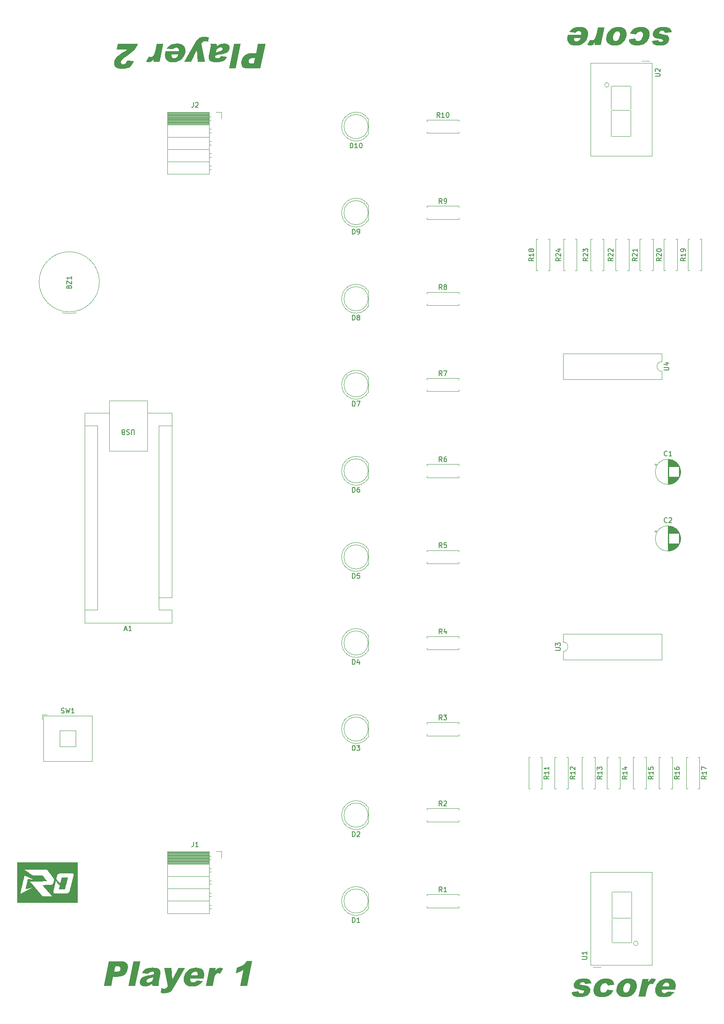
<source format=gbr>
%TF.GenerationSoftware,KiCad,Pcbnew,9.0.3*%
%TF.CreationDate,2025-09-10T22:30:54-03:00*%
%TF.ProjectId,PUCK_1 - Copy,5055434b-5f31-4202-9d20-436f70792e6b,rev?*%
%TF.SameCoordinates,Original*%
%TF.FileFunction,Legend,Top*%
%TF.FilePolarity,Positive*%
%FSLAX46Y46*%
G04 Gerber Fmt 4.6, Leading zero omitted, Abs format (unit mm)*
G04 Created by KiCad (PCBNEW 9.0.3) date 2025-09-10 22:30:54*
%MOMM*%
%LPD*%
G01*
G04 APERTURE LIST*
%ADD10C,1.016000*%
%ADD11C,0.150000*%
%ADD12C,0.000000*%
%ADD13C,0.120000*%
G04 APERTURE END LIST*
D10*
G36*
X628933378Y-2870604D02*
G01*
X626377425Y-2870604D01*
X625953937Y-2839528D01*
X625632092Y-2755929D01*
X625390042Y-2629893D01*
X625211117Y-2464877D01*
X625082496Y-2256075D01*
X625006166Y-2002899D01*
X624986572Y-1692941D01*
X625020867Y-1423562D01*
X626527348Y-1423562D01*
X626552133Y-1556225D01*
X626613168Y-1672035D01*
X626710115Y-1754701D01*
X626882012Y-1814100D01*
X627165924Y-1838296D01*
X627603910Y-1838296D01*
X627839033Y-706729D01*
X627462154Y-706729D01*
X627168278Y-727729D01*
X626955780Y-782921D01*
X626805175Y-863995D01*
X626679791Y-980581D01*
X626592987Y-1113855D01*
X626541204Y-1267240D01*
X626527348Y-1423562D01*
X625020867Y-1423562D01*
X625035240Y-1310666D01*
X625143190Y-936311D01*
X625296614Y-615723D01*
X625494381Y-341319D01*
X625738437Y-107755D01*
X626018538Y73786D01*
X626350555Y208893D01*
X626744244Y294928D01*
X627211522Y325577D01*
X628053683Y325577D01*
X628445761Y2211523D01*
X629989879Y2211523D01*
X628933378Y-2870604D01*
G37*
G36*
X623839153Y-2870604D02*
G01*
X622454162Y-2870604D01*
X623510664Y2211523D01*
X624895655Y2211523D01*
X623839153Y-2870604D01*
G37*
G36*
X621775779Y2267720D02*
G01*
X622027644Y2205000D01*
X622219738Y2110149D01*
X622364207Y1986016D01*
X622476098Y1825972D01*
X622542675Y1650951D01*
X622565741Y1455745D01*
X622541945Y1233498D01*
X622459005Y966947D01*
X622331326Y739000D01*
X622157622Y543639D01*
X621943224Y392851D01*
X621628906Y256733D01*
X621184871Y141635D01*
X620130230Y-82010D01*
X619606322Y-250132D01*
X619584582Y-427514D01*
X619597794Y-544715D01*
X619634859Y-620497D01*
X619699669Y-673839D01*
X619808811Y-711492D01*
X619982581Y-726581D01*
X620299953Y-695639D01*
X620514554Y-615534D01*
X620651945Y-500393D01*
X620796205Y-289836D01*
X622087829Y-428800D01*
X621923708Y-756415D01*
X621756858Y-984038D01*
X621551296Y-1168931D01*
X621278238Y-1335481D01*
X621046824Y-1426374D01*
X620721139Y-1501432D01*
X620370314Y-1545257D01*
X619989095Y-1560368D01*
X619400364Y-1540074D01*
X619006107Y-1489024D01*
X618774828Y-1421467D01*
X618588725Y-1322171D01*
X618440014Y-1192174D01*
X618325057Y-1012074D01*
X618253590Y-749225D01*
X618235586Y-466565D01*
X618265688Y-202363D01*
X618404377Y464541D01*
X619754902Y464541D01*
X620386756Y645691D01*
X620788619Y771536D01*
X620965878Y867786D01*
X621079686Y991658D01*
X621134620Y1124312D01*
X621136435Y1276779D01*
X621076615Y1392625D01*
X620961994Y1467447D01*
X620763945Y1496848D01*
X620537451Y1469222D01*
X620311070Y1384250D01*
X620110564Y1255171D01*
X619972034Y1109113D01*
X619873966Y929879D01*
X619801120Y686636D01*
X619754902Y464541D01*
X618404377Y464541D01*
X618604413Y1426436D01*
X618646398Y1673956D01*
X618656835Y1834644D01*
X618642130Y1991057D01*
X618594177Y2211523D01*
X619891075Y2211523D01*
X619946909Y1990358D01*
X619944738Y1751513D01*
X620275672Y1990301D01*
X620564494Y2136767D01*
X620834258Y2221056D01*
X621127787Y2273031D01*
X621448531Y2290931D01*
X621775779Y2267720D01*
G37*
G36*
X617468814Y-1480959D02*
G01*
X616009067Y-1480959D01*
X615777046Y977283D01*
X614576927Y-1480959D01*
X613215820Y-1480959D01*
X615466547Y2470530D01*
X615743579Y2916302D01*
X615970489Y3208386D01*
X616155786Y3385275D01*
X616376535Y3525313D01*
X616638909Y3629814D01*
X616950729Y3696494D01*
X617321474Y3720279D01*
X617658208Y3703310D01*
X618227845Y3638699D01*
X618133858Y2664398D01*
X617843000Y2740208D01*
X617489906Y2767380D01*
X617259240Y2736191D01*
X617069601Y2646717D01*
X616906579Y2492785D01*
X616723121Y2214935D01*
X617468814Y-1480959D01*
G37*
G36*
X612206634Y2263371D02*
G01*
X612558957Y2190694D01*
X612813816Y2084655D01*
X613034071Y1923495D01*
X613214909Y1708036D01*
X613358197Y1428917D01*
X613440014Y1124924D01*
X613459405Y776399D01*
X613408137Y372105D01*
X613286443Y-45364D01*
X613107961Y-413352D01*
X612872448Y-738673D01*
X612576212Y-1025913D01*
X612236873Y-1256530D01*
X611860811Y-1422545D01*
X611441294Y-1524883D01*
X610969746Y-1560368D01*
X610455482Y-1528719D01*
X610074556Y-1445014D01*
X609797544Y-1322143D01*
X609560173Y-1139403D01*
X609382166Y-911879D01*
X609258747Y-632284D01*
X609199791Y-328055D01*
X609199392Y-240936D01*
X610559355Y-240936D01*
X610595034Y-426329D01*
X610661729Y-551635D01*
X610766010Y-646017D01*
X610903742Y-705091D01*
X611085756Y-726581D01*
X611294219Y-697932D01*
X611485804Y-612054D01*
X611666739Y-462611D01*
X611805057Y-270333D01*
X611927918Y27796D01*
X610566501Y27796D01*
X610559355Y-240936D01*
X609199392Y-240936D01*
X609198026Y57252D01*
X609268673Y543950D01*
X609301863Y702766D01*
X612071845Y702766D01*
X612077783Y931799D01*
X612050444Y1097197D01*
X611998331Y1214887D01*
X611880807Y1348151D01*
X611727327Y1428460D01*
X611525914Y1457144D01*
X611324871Y1431863D01*
X611117085Y1352921D01*
X610991204Y1268948D01*
X610827680Y1119659D01*
X609491388Y1238772D01*
X609797944Y1592388D01*
X610104375Y1857501D01*
X610412648Y2046502D01*
X610750186Y2174673D01*
X611181977Y2259645D01*
X611729397Y2290931D01*
X612206634Y2263371D01*
G37*
G36*
X608096471Y-1480959D02*
G01*
X606803295Y-1480959D01*
X606928921Y-877643D01*
X606652656Y-1225790D01*
X606432000Y-1413649D01*
X606189371Y-1523047D01*
X605910883Y-1560368D01*
X605711845Y-1540534D01*
X605503520Y-1478844D01*
X605282131Y-1369912D01*
X605918948Y-363971D01*
X606134523Y-446015D01*
X606284040Y-468504D01*
X606454746Y-443583D01*
X606609095Y-369008D01*
X606752734Y-238655D01*
X606907592Y-3586D01*
X607064748Y381536D01*
X607218017Y972320D01*
X607475784Y2211523D01*
X608864187Y2211523D01*
X608096471Y-1480959D01*
G37*
G36*
X599440353Y2211523D02*
G01*
X603588192Y2211523D01*
X603426251Y1808198D01*
X603202009Y1416168D01*
X602910431Y1032807D01*
X602567748Y687088D01*
X602042625Y258614D01*
X601283803Y-268743D01*
X600648995Y-712932D01*
X600361612Y-966047D01*
X600179260Y-1209813D01*
X600097642Y-1417991D01*
X600086097Y-1568475D01*
X600115176Y-1697926D01*
X600183874Y-1813171D01*
X600283725Y-1902501D01*
X600410479Y-1957542D01*
X600572540Y-1977261D01*
X600742765Y-1958134D01*
X600897507Y-1901706D01*
X601040925Y-1806347D01*
X601158797Y-1679110D01*
X601276133Y-1484756D01*
X601391438Y-1203031D01*
X602752545Y-1318110D01*
X602595956Y-1710748D01*
X602430900Y-2018193D01*
X602259345Y-2254259D01*
X602053333Y-2459798D01*
X601814611Y-2631485D01*
X601539398Y-2770413D01*
X601245120Y-2864598D01*
X600873187Y-2927077D01*
X600407520Y-2950012D01*
X599918585Y-2926989D01*
X599561407Y-2866760D01*
X599307282Y-2780339D01*
X599081059Y-2644874D01*
X598906548Y-2472347D01*
X598777480Y-2258912D01*
X598700056Y-2020376D01*
X598676035Y-1760147D01*
X598708928Y-1471033D01*
X598799107Y-1173145D01*
X598947228Y-878638D01*
X599159632Y-584205D01*
X599414456Y-321922D01*
X599791266Y-15508D01*
X600321288Y342017D01*
X600965239Y753017D01*
X601359799Y1060103D01*
X599200887Y1060103D01*
X599440353Y2211523D01*
G37*
G36*
X600583595Y-187603991D02*
G01*
X600905440Y-187687590D01*
X601147490Y-187813626D01*
X601326415Y-187978642D01*
X601455036Y-188187444D01*
X601531366Y-188440620D01*
X601550960Y-188750578D01*
X601502292Y-189132853D01*
X601394342Y-189507208D01*
X601240918Y-189827796D01*
X601043151Y-190102200D01*
X600799095Y-190335764D01*
X600518994Y-190517306D01*
X600186977Y-190652413D01*
X599793288Y-190738448D01*
X599326010Y-190769097D01*
X598483849Y-190769097D01*
X598091771Y-192655043D01*
X596547653Y-192655043D01*
X597154316Y-189736790D01*
X598698499Y-189736790D01*
X599075378Y-189736790D01*
X599369254Y-189715790D01*
X599581752Y-189660598D01*
X599732357Y-189579524D01*
X599857741Y-189462938D01*
X599944545Y-189329664D01*
X599996328Y-189176279D01*
X600010184Y-189019957D01*
X599985399Y-188887294D01*
X599924364Y-188771484D01*
X599827417Y-188688818D01*
X599655520Y-188629419D01*
X599371608Y-188605223D01*
X598933622Y-188605223D01*
X598698499Y-189736790D01*
X597154316Y-189736790D01*
X597604154Y-187572915D01*
X600160107Y-187572915D01*
X600583595Y-187603991D01*
G37*
G36*
X602698379Y-187572915D02*
G01*
X604083370Y-187572915D01*
X603026868Y-192655043D01*
X601641877Y-192655043D01*
X602698379Y-187572915D01*
G37*
G36*
X607137168Y-188903445D02*
G01*
X607531425Y-188954495D01*
X607762704Y-189022052D01*
X607948807Y-189121348D01*
X608097518Y-189251345D01*
X608212475Y-189431445D01*
X608283942Y-189694294D01*
X608301946Y-189976954D01*
X608271844Y-190241156D01*
X607933119Y-191869956D01*
X607891134Y-192117476D01*
X607880697Y-192278164D01*
X607895402Y-192434577D01*
X607943355Y-192655043D01*
X606646457Y-192655043D01*
X606590623Y-192433878D01*
X606592794Y-192195033D01*
X606261860Y-192433821D01*
X605973038Y-192580287D01*
X605703274Y-192664576D01*
X605409745Y-192716551D01*
X605089001Y-192734451D01*
X604761753Y-192711240D01*
X604509888Y-192648520D01*
X604317794Y-192553669D01*
X604173325Y-192429536D01*
X604061434Y-192269492D01*
X603994857Y-192094471D01*
X603971791Y-191899265D01*
X603990953Y-191720299D01*
X605401097Y-191720299D01*
X605460917Y-191836145D01*
X605575538Y-191910967D01*
X605773587Y-191940368D01*
X606000081Y-191912742D01*
X606226462Y-191827770D01*
X606426968Y-191698691D01*
X606565498Y-191552633D01*
X606663566Y-191373399D01*
X606736412Y-191130156D01*
X606782630Y-190908061D01*
X606150776Y-191089211D01*
X605748913Y-191215056D01*
X605571654Y-191311306D01*
X605457846Y-191435178D01*
X605402912Y-191567832D01*
X605401097Y-191720299D01*
X603990953Y-191720299D01*
X603995587Y-191677018D01*
X604078527Y-191410467D01*
X604206206Y-191182520D01*
X604379910Y-190987159D01*
X604594308Y-190836371D01*
X604908626Y-190700253D01*
X605352661Y-190585155D01*
X606407302Y-190361509D01*
X606931210Y-190193387D01*
X606952950Y-190016005D01*
X606939738Y-189898804D01*
X606902673Y-189823022D01*
X606837863Y-189769680D01*
X606728721Y-189732027D01*
X606554951Y-189716938D01*
X606237579Y-189747880D01*
X606022978Y-189827985D01*
X605885587Y-189943126D01*
X605741327Y-190153683D01*
X604449703Y-190014719D01*
X604613824Y-189687104D01*
X604780674Y-189459481D01*
X604986236Y-189274588D01*
X605259294Y-189108038D01*
X605490708Y-189017145D01*
X605816393Y-188942087D01*
X606167218Y-188898262D01*
X606548437Y-188883151D01*
X607137168Y-188903445D01*
G37*
G36*
X609068718Y-188962560D02*
G01*
X610528465Y-188962560D01*
X610760486Y-191420803D01*
X611960605Y-188962560D01*
X613321712Y-188962560D01*
X611070985Y-192914050D01*
X610793953Y-193359822D01*
X610567043Y-193651906D01*
X610381746Y-193828795D01*
X610160997Y-193968833D01*
X609898623Y-194073334D01*
X609586803Y-194140014D01*
X609216058Y-194163799D01*
X608879324Y-194146830D01*
X608309687Y-194082219D01*
X608403674Y-193107918D01*
X608694532Y-193183728D01*
X609047626Y-193210900D01*
X609278292Y-193179711D01*
X609467931Y-193090237D01*
X609630953Y-192936305D01*
X609814411Y-192658455D01*
X609068718Y-188962560D01*
G37*
G36*
X616082050Y-188914800D02*
G01*
X616462976Y-188998505D01*
X616739988Y-189121376D01*
X616977359Y-189304116D01*
X617155366Y-189531640D01*
X617278785Y-189811235D01*
X617337741Y-190115464D01*
X617339506Y-190500772D01*
X617268859Y-190987470D01*
X617235669Y-191146286D01*
X614465687Y-191146286D01*
X614459749Y-191375319D01*
X614487088Y-191540717D01*
X614539201Y-191658407D01*
X614656725Y-191791671D01*
X614810205Y-191871980D01*
X615011618Y-191900664D01*
X615212661Y-191875383D01*
X615420447Y-191796441D01*
X615546328Y-191712468D01*
X615709852Y-191563179D01*
X617046144Y-191682292D01*
X616739588Y-192035908D01*
X616433157Y-192301021D01*
X616124884Y-192490022D01*
X615787346Y-192618193D01*
X615355555Y-192703165D01*
X614808135Y-192734451D01*
X614330898Y-192706891D01*
X613978575Y-192634214D01*
X613723716Y-192528175D01*
X613503461Y-192367015D01*
X613322623Y-192151556D01*
X613179335Y-191872437D01*
X613097518Y-191568444D01*
X613078127Y-191219919D01*
X613129395Y-190815625D01*
X613229762Y-190471316D01*
X614609614Y-190471316D01*
X615971031Y-190471316D01*
X615978177Y-190202583D01*
X615942498Y-190017190D01*
X615875803Y-189891884D01*
X615771522Y-189797502D01*
X615633790Y-189738428D01*
X615451776Y-189716938D01*
X615243313Y-189745587D01*
X615051728Y-189831465D01*
X614870793Y-189980908D01*
X614732475Y-190173186D01*
X614609614Y-190471316D01*
X613229762Y-190471316D01*
X613251089Y-190398155D01*
X613429571Y-190030167D01*
X613665084Y-189704846D01*
X613961320Y-189417606D01*
X614300659Y-189186989D01*
X614676721Y-189020974D01*
X615096238Y-188918636D01*
X615567786Y-188883151D01*
X616082050Y-188914800D01*
G37*
G36*
X618441061Y-188962560D02*
G01*
X619734237Y-188962560D01*
X619608611Y-189565876D01*
X619884876Y-189217729D01*
X620105532Y-189029870D01*
X620348161Y-188920472D01*
X620626649Y-188883151D01*
X620825687Y-188902985D01*
X621034012Y-188964675D01*
X621255401Y-189073607D01*
X620618584Y-190079548D01*
X620403009Y-189997504D01*
X620253492Y-189975015D01*
X620082786Y-189999936D01*
X619928437Y-190074511D01*
X619784798Y-190204864D01*
X619629940Y-190439933D01*
X619472784Y-190825056D01*
X619319515Y-191415840D01*
X619061748Y-192655043D01*
X617673345Y-192655043D01*
X618441061Y-188962560D01*
G37*
G36*
X627257236Y-187493507D02*
G01*
X626184295Y-192655043D01*
X624785655Y-192655043D01*
X625487301Y-189280503D01*
X625094124Y-189523208D01*
X624742229Y-189704530D01*
X624369461Y-189856604D01*
X623881766Y-190014719D01*
X624120921Y-188863299D01*
X624617448Y-188686428D01*
X625017070Y-188498544D01*
X625334068Y-188302168D01*
X625623753Y-188067460D01*
X625882998Y-187798677D01*
X626113262Y-187493507D01*
X627257236Y-187493507D01*
G37*
G36*
X693326969Y-193890189D02*
G01*
X694726849Y-193751224D01*
X694789214Y-193970588D01*
X694891559Y-194102357D01*
X695042874Y-194178491D01*
X695276813Y-194207821D01*
X695537463Y-194175621D01*
X695732790Y-194087158D01*
X695845004Y-193983458D01*
X695898431Y-193862892D01*
X695900437Y-193768590D01*
X695866070Y-193692644D01*
X695791106Y-193628079D01*
X695645797Y-193574710D01*
X695227183Y-193483221D01*
X694590514Y-193346674D01*
X694276766Y-193246237D01*
X694119256Y-193156968D01*
X693988526Y-193035064D01*
X693881896Y-192876493D01*
X693814032Y-192698705D01*
X693790367Y-192503069D01*
X693813654Y-192283102D01*
X693885096Y-192050590D01*
X693996925Y-191842483D01*
X694151139Y-191654971D01*
X694337160Y-191495985D01*
X694553171Y-191364709D01*
X694803155Y-191261031D01*
X695066680Y-191192707D01*
X695396306Y-191147355D01*
X695804444Y-191130752D01*
X696404450Y-191161305D01*
X696735629Y-191232184D01*
X696916563Y-191314507D01*
X697064019Y-191419223D01*
X697182611Y-191546715D01*
X697313804Y-191785448D01*
X697404085Y-192123355D01*
X696069034Y-192242468D01*
X696029544Y-192090169D01*
X695951473Y-191992146D01*
X695794469Y-191913762D01*
X695579557Y-191885131D01*
X695362386Y-191908838D01*
X695220669Y-191969812D01*
X695119211Y-192065954D01*
X695071158Y-192175157D01*
X695080571Y-192293067D01*
X695165145Y-192378640D01*
X695327264Y-192435179D01*
X695729378Y-192503026D01*
X696353770Y-192608123D01*
X696708333Y-192724190D01*
X696897441Y-192835838D01*
X697038501Y-192970126D01*
X697138564Y-193128676D01*
X697199510Y-193307144D01*
X697219513Y-193497994D01*
X697196879Y-193706247D01*
X697134757Y-193910240D01*
X697030851Y-194115699D01*
X696879867Y-194325073D01*
X696697708Y-194506670D01*
X696468981Y-194666477D01*
X696186286Y-194804004D01*
X695885885Y-194897623D01*
X695510268Y-194959450D01*
X695044482Y-194982052D01*
X694524099Y-194958107D01*
X694146111Y-194895605D01*
X693879265Y-194806237D01*
X693697024Y-194697919D01*
X693540699Y-194543216D01*
X693427716Y-194360981D01*
X693355731Y-194145940D01*
X693326969Y-193890189D01*
G37*
G36*
X700692703Y-193453443D02*
G01*
X701973471Y-193612260D01*
X701828351Y-193881352D01*
X701659346Y-194122109D01*
X701466003Y-194336860D01*
X701247538Y-194524963D01*
X701004454Y-194683320D01*
X700734268Y-194812689D01*
X700449094Y-194903341D01*
X700113678Y-194961379D01*
X699719642Y-194982052D01*
X699173935Y-194951607D01*
X698787215Y-194872865D01*
X698557903Y-194782660D01*
X698365044Y-194664791D01*
X698203751Y-194519251D01*
X698069671Y-194347294D01*
X697965958Y-194156993D01*
X697891701Y-193945712D01*
X697857001Y-193724600D01*
X697861702Y-193438730D01*
X697917447Y-193071911D01*
X698017393Y-192700872D01*
X698147063Y-192388054D01*
X698303942Y-192125527D01*
X698521560Y-191864378D01*
X698787526Y-191628295D01*
X699079072Y-191432179D01*
X699351448Y-191300736D01*
X699649098Y-191210074D01*
X700002772Y-191151659D01*
X700421908Y-191130752D01*
X700876961Y-191156004D01*
X701229062Y-191223987D01*
X701498024Y-191325398D01*
X701700505Y-191454589D01*
X701872830Y-191629285D01*
X702005901Y-191840606D01*
X702100583Y-192094955D01*
X702154001Y-192401284D01*
X700816468Y-192579953D01*
X700794069Y-192421495D01*
X700744852Y-192300555D01*
X700671300Y-192208657D01*
X700573516Y-192142756D01*
X700441483Y-192099664D01*
X700264643Y-192083651D01*
X700045819Y-192111396D01*
X699845265Y-192194046D01*
X699656984Y-192336145D01*
X699506665Y-192519955D01*
X699381828Y-192769134D01*
X699286309Y-193099828D01*
X699251298Y-193403073D01*
X699278026Y-193626839D01*
X699352689Y-193792479D01*
X699476309Y-193922466D01*
X699634834Y-194001120D01*
X699839685Y-194029153D01*
X700098570Y-193993385D01*
X700325750Y-193888017D01*
X700518925Y-193715567D01*
X700692703Y-193453443D01*
G37*
G36*
X705560150Y-191161549D02*
G01*
X705917906Y-191246558D01*
X706206314Y-191377942D01*
X706437708Y-191552617D01*
X706620404Y-191772532D01*
X706754307Y-192036275D01*
X706830997Y-192330796D01*
X706848566Y-192664109D01*
X706800003Y-193045856D01*
X706679842Y-193455386D01*
X706500834Y-193820324D01*
X706261979Y-194146909D01*
X705958772Y-194439222D01*
X705613414Y-194673294D01*
X705230153Y-194841930D01*
X704802068Y-194945960D01*
X704320356Y-194982052D01*
X703884913Y-194949601D01*
X703530658Y-194859607D01*
X703242528Y-194719421D01*
X703008880Y-194531038D01*
X702823795Y-194297952D01*
X702696443Y-194041392D01*
X702623809Y-193755927D01*
X702607705Y-193434091D01*
X702613561Y-193388288D01*
X703999527Y-193388288D01*
X704019212Y-193624866D01*
X704083993Y-193790928D01*
X704197801Y-193923278D01*
X704341524Y-194001602D01*
X704525081Y-194029153D01*
X704715029Y-194003826D01*
X704893084Y-193927480D01*
X705064498Y-193794340D01*
X705200098Y-193622873D01*
X705317844Y-193378413D01*
X705413150Y-193040582D01*
X705454011Y-192716741D01*
X705434025Y-192484971D01*
X705369414Y-192320325D01*
X705256952Y-192188328D01*
X705116822Y-192110767D01*
X704939803Y-192083651D01*
X704747724Y-192109432D01*
X704566481Y-192187382D01*
X704390769Y-192323737D01*
X704250692Y-192498374D01*
X704133197Y-192736656D01*
X704042117Y-193054541D01*
X703999527Y-193388288D01*
X702613561Y-193388288D01*
X702654645Y-193066948D01*
X702774309Y-192661309D01*
X702953637Y-192298139D01*
X703193980Y-191971429D01*
X703500218Y-191677304D01*
X703849016Y-191440217D01*
X704230416Y-191270551D01*
X704650614Y-191166602D01*
X705117541Y-191130752D01*
X705560150Y-191161549D01*
G37*
G36*
X707963830Y-191210161D02*
G01*
X709257005Y-191210161D01*
X709131379Y-191813477D01*
X709407644Y-191465330D01*
X709628301Y-191277471D01*
X709870929Y-191168073D01*
X710149417Y-191130752D01*
X710348455Y-191150586D01*
X710556780Y-191212276D01*
X710778169Y-191321208D01*
X710141352Y-192327149D01*
X709925777Y-192245105D01*
X709776260Y-192222616D01*
X709605555Y-192247537D01*
X709451206Y-192322112D01*
X709307566Y-192452465D01*
X709152708Y-192687534D01*
X708995552Y-193072657D01*
X708842283Y-193663441D01*
X708584517Y-194902644D01*
X707196113Y-194902644D01*
X707963830Y-191210161D01*
G37*
G36*
X713615124Y-191162401D02*
G01*
X713996050Y-191246106D01*
X714273062Y-191368977D01*
X714510433Y-191551717D01*
X714688439Y-191779241D01*
X714811859Y-192058836D01*
X714870815Y-192363065D01*
X714872580Y-192748373D01*
X714801933Y-193235071D01*
X714768743Y-193393887D01*
X711998760Y-193393887D01*
X711992823Y-193622920D01*
X712020162Y-193788318D01*
X712072275Y-193906008D01*
X712189799Y-194039272D01*
X712343278Y-194119581D01*
X712544692Y-194148265D01*
X712745734Y-194122984D01*
X712953520Y-194044042D01*
X713079401Y-193960069D01*
X713242926Y-193810780D01*
X714579218Y-193929893D01*
X714272662Y-194283509D01*
X713966231Y-194548622D01*
X713657958Y-194737623D01*
X713320420Y-194865794D01*
X712888629Y-194950766D01*
X712341208Y-194982052D01*
X711863972Y-194954492D01*
X711511649Y-194881815D01*
X711256790Y-194775776D01*
X711036535Y-194614616D01*
X710855697Y-194399157D01*
X710712409Y-194120038D01*
X710630592Y-193816045D01*
X710611201Y-193467520D01*
X710662469Y-193063226D01*
X710762836Y-192718917D01*
X712142688Y-192718917D01*
X713504105Y-192718917D01*
X713511250Y-192450184D01*
X713475572Y-192264791D01*
X713408877Y-192139485D01*
X713304596Y-192045103D01*
X713166864Y-191986029D01*
X712984849Y-191964539D01*
X712776386Y-191993188D01*
X712584802Y-192079066D01*
X712403867Y-192228509D01*
X712265549Y-192420787D01*
X712142688Y-192718917D01*
X710762836Y-192718917D01*
X710784163Y-192645756D01*
X710962645Y-192277768D01*
X711198158Y-191952447D01*
X711494394Y-191665207D01*
X711833733Y-191434590D01*
X712209795Y-191268575D01*
X712629312Y-191166237D01*
X713100860Y-191130752D01*
X713615124Y-191162401D01*
G37*
G36*
X714009847Y4634870D02*
G01*
X712609967Y4495905D01*
X712547602Y4715269D01*
X712445257Y4847038D01*
X712293942Y4923172D01*
X712060003Y4952502D01*
X711799353Y4920302D01*
X711604026Y4831839D01*
X711491812Y4728139D01*
X711438385Y4607573D01*
X711436379Y4513271D01*
X711470746Y4437325D01*
X711545710Y4372760D01*
X711691019Y4319391D01*
X712109633Y4227902D01*
X712746302Y4091355D01*
X713060050Y3990918D01*
X713217560Y3901649D01*
X713348290Y3779745D01*
X713454920Y3621174D01*
X713522784Y3443386D01*
X713546449Y3247750D01*
X713523162Y3027783D01*
X713451720Y2795271D01*
X713339891Y2587164D01*
X713185677Y2399652D01*
X712999656Y2240666D01*
X712783645Y2109390D01*
X712533661Y2005712D01*
X712270136Y1937388D01*
X711940510Y1892036D01*
X711532372Y1875433D01*
X710932366Y1905986D01*
X710601187Y1976865D01*
X710420253Y2059188D01*
X710272797Y2163904D01*
X710154205Y2291396D01*
X710023012Y2530129D01*
X709932731Y2868036D01*
X711267782Y2987149D01*
X711307272Y2834850D01*
X711385343Y2736827D01*
X711542347Y2658443D01*
X711757259Y2629812D01*
X711974430Y2653519D01*
X712116147Y2714493D01*
X712217605Y2810635D01*
X712265658Y2919838D01*
X712256245Y3037748D01*
X712171671Y3123321D01*
X712009552Y3179860D01*
X711607438Y3247707D01*
X710983046Y3352804D01*
X710628483Y3468871D01*
X710439375Y3580519D01*
X710298315Y3714807D01*
X710198252Y3873357D01*
X710137306Y4051825D01*
X710117303Y4242675D01*
X710139937Y4450928D01*
X710202059Y4654921D01*
X710305965Y4860380D01*
X710456949Y5069754D01*
X710639108Y5251351D01*
X710867835Y5411158D01*
X711150530Y5548685D01*
X711450931Y5642304D01*
X711826548Y5704131D01*
X712292334Y5726733D01*
X712812717Y5702788D01*
X713190705Y5640286D01*
X713457551Y5550918D01*
X713639792Y5442600D01*
X713796117Y5287897D01*
X713909100Y5105662D01*
X713981085Y4890621D01*
X714009847Y4634870D01*
G37*
G36*
X706644113Y4198124D02*
G01*
X705363345Y4356941D01*
X705508465Y4626033D01*
X705677470Y4866790D01*
X705870813Y5081541D01*
X706089278Y5269644D01*
X706332362Y5428001D01*
X706602548Y5557370D01*
X706887722Y5648022D01*
X707223138Y5706060D01*
X707617174Y5726733D01*
X708162881Y5696288D01*
X708549601Y5617546D01*
X708778913Y5527341D01*
X708971772Y5409472D01*
X709133065Y5263932D01*
X709267145Y5091975D01*
X709370858Y4901674D01*
X709445115Y4690393D01*
X709479815Y4469281D01*
X709475114Y4183411D01*
X709419369Y3816592D01*
X709319423Y3445553D01*
X709189753Y3132735D01*
X709032874Y2870208D01*
X708815256Y2609059D01*
X708549290Y2372976D01*
X708257744Y2176860D01*
X707985368Y2045417D01*
X707687718Y1954755D01*
X707334044Y1896340D01*
X706914908Y1875433D01*
X706459855Y1900685D01*
X706107754Y1968668D01*
X705838792Y2070079D01*
X705636311Y2199270D01*
X705463986Y2373966D01*
X705330915Y2585287D01*
X705236233Y2839636D01*
X705182815Y3145965D01*
X706520348Y3324634D01*
X706542747Y3166176D01*
X706591964Y3045236D01*
X706665516Y2953338D01*
X706763300Y2887437D01*
X706895333Y2844345D01*
X707072173Y2828332D01*
X707290997Y2856077D01*
X707491551Y2938727D01*
X707679832Y3080826D01*
X707830151Y3264636D01*
X707954988Y3513815D01*
X708050507Y3844509D01*
X708085518Y4147754D01*
X708058790Y4371520D01*
X707984127Y4537160D01*
X707860507Y4667147D01*
X707701982Y4745801D01*
X707497131Y4773834D01*
X707238246Y4738066D01*
X707011066Y4632698D01*
X706817891Y4460248D01*
X706644113Y4198124D01*
G37*
G36*
X703451903Y5694282D02*
G01*
X703806158Y5604288D01*
X704094288Y5464102D01*
X704327936Y5275719D01*
X704513021Y5042633D01*
X704640373Y4786073D01*
X704713007Y4500608D01*
X704729111Y4178772D01*
X704682171Y3811629D01*
X704562507Y3405990D01*
X704383179Y3042820D01*
X704142836Y2716110D01*
X703836598Y2421985D01*
X703487800Y2184898D01*
X703106400Y2015232D01*
X702686202Y1911283D01*
X702219275Y1875433D01*
X701776666Y1906230D01*
X701418910Y1991239D01*
X701130502Y2122623D01*
X700899108Y2297298D01*
X700716412Y2517213D01*
X700582509Y2780956D01*
X700505819Y3075477D01*
X700488250Y3408790D01*
X700494945Y3461422D01*
X701882805Y3461422D01*
X701902791Y3229652D01*
X701967402Y3065006D01*
X702079864Y2933009D01*
X702219994Y2855448D01*
X702397013Y2828332D01*
X702589092Y2854113D01*
X702770335Y2932063D01*
X702946047Y3068418D01*
X703086124Y3243055D01*
X703203619Y3481337D01*
X703294699Y3799222D01*
X703337289Y4132969D01*
X703317604Y4369547D01*
X703252823Y4535609D01*
X703139015Y4667959D01*
X702995292Y4746283D01*
X702811735Y4773834D01*
X702621787Y4748507D01*
X702443732Y4672161D01*
X702272318Y4539021D01*
X702136718Y4367554D01*
X702018972Y4123094D01*
X701923666Y3785263D01*
X701882805Y3461422D01*
X700494945Y3461422D01*
X700536813Y3790537D01*
X700656974Y4200067D01*
X700835982Y4565005D01*
X701074837Y4891590D01*
X701378044Y5183903D01*
X701723402Y5417975D01*
X702106663Y5586611D01*
X702534748Y5690641D01*
X703016460Y5726733D01*
X703451903Y5694282D01*
G37*
G36*
X699372986Y1954842D02*
G01*
X698079811Y1954842D01*
X698205437Y2558158D01*
X697929172Y2210011D01*
X697708515Y2022152D01*
X697465887Y1912754D01*
X697187399Y1875433D01*
X696988361Y1895267D01*
X696780036Y1956957D01*
X696558647Y2065889D01*
X697195464Y3071830D01*
X697411039Y2989786D01*
X697560556Y2967297D01*
X697731261Y2992218D01*
X697885610Y3066793D01*
X698029250Y3197146D01*
X698184108Y3432215D01*
X698341264Y3817338D01*
X698494533Y4408122D01*
X698752299Y5647325D01*
X700140703Y5647325D01*
X699372986Y1954842D01*
G37*
G36*
X695472844Y5699173D02*
G01*
X695825167Y5626496D01*
X696080026Y5520457D01*
X696300281Y5359297D01*
X696481119Y5143838D01*
X696624407Y4864719D01*
X696706224Y4560726D01*
X696725615Y4212201D01*
X696674347Y3807907D01*
X696552653Y3390437D01*
X696374171Y3022449D01*
X696138658Y2697128D01*
X695842422Y2409888D01*
X695503083Y2179271D01*
X695127021Y2013256D01*
X694707504Y1910918D01*
X694235956Y1875433D01*
X693721692Y1907082D01*
X693340766Y1990787D01*
X693063754Y2113658D01*
X692826383Y2296398D01*
X692648377Y2523922D01*
X692524957Y2803517D01*
X692466001Y3107746D01*
X692465602Y3194865D01*
X693825566Y3194865D01*
X693861244Y3009472D01*
X693927939Y2884166D01*
X694032220Y2789784D01*
X694169952Y2730710D01*
X694351967Y2709220D01*
X694560430Y2737869D01*
X694752014Y2823747D01*
X694932949Y2973190D01*
X695071267Y3165468D01*
X695194128Y3463598D01*
X693832711Y3463598D01*
X693825566Y3194865D01*
X692465602Y3194865D01*
X692464236Y3493054D01*
X692534883Y3979752D01*
X692568073Y4138568D01*
X695338056Y4138568D01*
X695343993Y4367601D01*
X695316654Y4532999D01*
X695264541Y4650689D01*
X695147017Y4783953D01*
X694993538Y4864262D01*
X694792124Y4892946D01*
X694591082Y4867665D01*
X694383296Y4788723D01*
X694257415Y4704750D01*
X694093890Y4555461D01*
X692757598Y4674574D01*
X693064154Y5028190D01*
X693370585Y5293303D01*
X693678858Y5482304D01*
X694016396Y5610475D01*
X694448187Y5695447D01*
X694995608Y5726733D01*
X695472844Y5699173D01*
G37*
D11*
X666528333Y-173179819D02*
X666195000Y-172703628D01*
X665956905Y-173179819D02*
X665956905Y-172179819D01*
X665956905Y-172179819D02*
X666337857Y-172179819D01*
X666337857Y-172179819D02*
X666433095Y-172227438D01*
X666433095Y-172227438D02*
X666480714Y-172275057D01*
X666480714Y-172275057D02*
X666528333Y-172370295D01*
X666528333Y-172370295D02*
X666528333Y-172513152D01*
X666528333Y-172513152D02*
X666480714Y-172608390D01*
X666480714Y-172608390D02*
X666433095Y-172656009D01*
X666433095Y-172656009D02*
X666337857Y-172703628D01*
X666337857Y-172703628D02*
X665956905Y-172703628D01*
X667480714Y-173179819D02*
X666909286Y-173179819D01*
X667195000Y-173179819D02*
X667195000Y-172179819D01*
X667195000Y-172179819D02*
X667099762Y-172322676D01*
X667099762Y-172322676D02*
X667004524Y-172417914D01*
X667004524Y-172417914D02*
X666909286Y-172465533D01*
X647991905Y-143933019D02*
X647991905Y-142933019D01*
X647991905Y-142933019D02*
X648230000Y-142933019D01*
X648230000Y-142933019D02*
X648372857Y-142980638D01*
X648372857Y-142980638D02*
X648468095Y-143075876D01*
X648468095Y-143075876D02*
X648515714Y-143171114D01*
X648515714Y-143171114D02*
X648563333Y-143361590D01*
X648563333Y-143361590D02*
X648563333Y-143504447D01*
X648563333Y-143504447D02*
X648515714Y-143694923D01*
X648515714Y-143694923D02*
X648468095Y-143790161D01*
X648468095Y-143790161D02*
X648372857Y-143885400D01*
X648372857Y-143885400D02*
X648230000Y-143933019D01*
X648230000Y-143933019D02*
X647991905Y-143933019D01*
X648896667Y-142933019D02*
X649515714Y-142933019D01*
X649515714Y-142933019D02*
X649182381Y-143313971D01*
X649182381Y-143313971D02*
X649325238Y-143313971D01*
X649325238Y-143313971D02*
X649420476Y-143361590D01*
X649420476Y-143361590D02*
X649468095Y-143409209D01*
X649468095Y-143409209D02*
X649515714Y-143504447D01*
X649515714Y-143504447D02*
X649515714Y-143742542D01*
X649515714Y-143742542D02*
X649468095Y-143837780D01*
X649468095Y-143837780D02*
X649420476Y-143885400D01*
X649420476Y-143885400D02*
X649325238Y-143933019D01*
X649325238Y-143933019D02*
X649039524Y-143933019D01*
X649039524Y-143933019D02*
X648944286Y-143885400D01*
X648944286Y-143885400D02*
X648896667Y-143837780D01*
X647991905Y-90516819D02*
X647991905Y-89516819D01*
X647991905Y-89516819D02*
X648230000Y-89516819D01*
X648230000Y-89516819D02*
X648372857Y-89564438D01*
X648372857Y-89564438D02*
X648468095Y-89659676D01*
X648468095Y-89659676D02*
X648515714Y-89754914D01*
X648515714Y-89754914D02*
X648563333Y-89945390D01*
X648563333Y-89945390D02*
X648563333Y-90088247D01*
X648563333Y-90088247D02*
X648515714Y-90278723D01*
X648515714Y-90278723D02*
X648468095Y-90373961D01*
X648468095Y-90373961D02*
X648372857Y-90469200D01*
X648372857Y-90469200D02*
X648230000Y-90516819D01*
X648230000Y-90516819D02*
X647991905Y-90516819D01*
X649420476Y-89516819D02*
X649230000Y-89516819D01*
X649230000Y-89516819D02*
X649134762Y-89564438D01*
X649134762Y-89564438D02*
X649087143Y-89612057D01*
X649087143Y-89612057D02*
X648991905Y-89754914D01*
X648991905Y-89754914D02*
X648944286Y-89945390D01*
X648944286Y-89945390D02*
X648944286Y-90326342D01*
X648944286Y-90326342D02*
X648991905Y-90421580D01*
X648991905Y-90421580D02*
X649039524Y-90469200D01*
X649039524Y-90469200D02*
X649134762Y-90516819D01*
X649134762Y-90516819D02*
X649325238Y-90516819D01*
X649325238Y-90516819D02*
X649420476Y-90469200D01*
X649420476Y-90469200D02*
X649468095Y-90421580D01*
X649468095Y-90421580D02*
X649515714Y-90326342D01*
X649515714Y-90326342D02*
X649515714Y-90088247D01*
X649515714Y-90088247D02*
X649468095Y-89993009D01*
X649468095Y-89993009D02*
X649420476Y-89945390D01*
X649420476Y-89945390D02*
X649325238Y-89897771D01*
X649325238Y-89897771D02*
X649134762Y-89897771D01*
X649134762Y-89897771D02*
X649039524Y-89945390D01*
X649039524Y-89945390D02*
X648991905Y-89993009D01*
X648991905Y-89993009D02*
X648944286Y-90088247D01*
X695494819Y-187124404D02*
X696304342Y-187124404D01*
X696304342Y-187124404D02*
X696399580Y-187076785D01*
X696399580Y-187076785D02*
X696447200Y-187029166D01*
X696447200Y-187029166D02*
X696494819Y-186933928D01*
X696494819Y-186933928D02*
X696494819Y-186743452D01*
X696494819Y-186743452D02*
X696447200Y-186648214D01*
X696447200Y-186648214D02*
X696399580Y-186600595D01*
X696399580Y-186600595D02*
X696304342Y-186552976D01*
X696304342Y-186552976D02*
X695494819Y-186552976D01*
X696494819Y-185552976D02*
X696494819Y-186124404D01*
X696494819Y-185838690D02*
X695494819Y-185838690D01*
X695494819Y-185838690D02*
X695637676Y-185933928D01*
X695637676Y-185933928D02*
X695732914Y-186029166D01*
X695732914Y-186029166D02*
X695780533Y-186124404D01*
X691084819Y-42072072D02*
X690608628Y-42405405D01*
X691084819Y-42643500D02*
X690084819Y-42643500D01*
X690084819Y-42643500D02*
X690084819Y-42262548D01*
X690084819Y-42262548D02*
X690132438Y-42167310D01*
X690132438Y-42167310D02*
X690180057Y-42119691D01*
X690180057Y-42119691D02*
X690275295Y-42072072D01*
X690275295Y-42072072D02*
X690418152Y-42072072D01*
X690418152Y-42072072D02*
X690513390Y-42119691D01*
X690513390Y-42119691D02*
X690561009Y-42167310D01*
X690561009Y-42167310D02*
X690608628Y-42262548D01*
X690608628Y-42262548D02*
X690608628Y-42643500D01*
X690180057Y-41691119D02*
X690132438Y-41643500D01*
X690132438Y-41643500D02*
X690084819Y-41548262D01*
X690084819Y-41548262D02*
X690084819Y-41310167D01*
X690084819Y-41310167D02*
X690132438Y-41214929D01*
X690132438Y-41214929D02*
X690180057Y-41167310D01*
X690180057Y-41167310D02*
X690275295Y-41119691D01*
X690275295Y-41119691D02*
X690370533Y-41119691D01*
X690370533Y-41119691D02*
X690513390Y-41167310D01*
X690513390Y-41167310D02*
X691084819Y-41738738D01*
X691084819Y-41738738D02*
X691084819Y-41119691D01*
X690418152Y-40262548D02*
X691084819Y-40262548D01*
X690037200Y-40500643D02*
X690751485Y-40738738D01*
X690751485Y-40738738D02*
X690751485Y-40119691D01*
X647991905Y-179509819D02*
X647991905Y-178509819D01*
X647991905Y-178509819D02*
X648230000Y-178509819D01*
X648230000Y-178509819D02*
X648372857Y-178557438D01*
X648372857Y-178557438D02*
X648468095Y-178652676D01*
X648468095Y-178652676D02*
X648515714Y-178747914D01*
X648515714Y-178747914D02*
X648563333Y-178938390D01*
X648563333Y-178938390D02*
X648563333Y-179081247D01*
X648563333Y-179081247D02*
X648515714Y-179271723D01*
X648515714Y-179271723D02*
X648468095Y-179366961D01*
X648468095Y-179366961D02*
X648372857Y-179462200D01*
X648372857Y-179462200D02*
X648230000Y-179509819D01*
X648230000Y-179509819D02*
X647991905Y-179509819D01*
X649515714Y-179509819D02*
X648944286Y-179509819D01*
X649230000Y-179509819D02*
X649230000Y-178509819D01*
X649230000Y-178509819D02*
X649134762Y-178652676D01*
X649134762Y-178652676D02*
X649039524Y-178747914D01*
X649039524Y-178747914D02*
X648944286Y-178795533D01*
X694024819Y-149232857D02*
X693548628Y-149566190D01*
X694024819Y-149804285D02*
X693024819Y-149804285D01*
X693024819Y-149804285D02*
X693024819Y-149423333D01*
X693024819Y-149423333D02*
X693072438Y-149328095D01*
X693072438Y-149328095D02*
X693120057Y-149280476D01*
X693120057Y-149280476D02*
X693215295Y-149232857D01*
X693215295Y-149232857D02*
X693358152Y-149232857D01*
X693358152Y-149232857D02*
X693453390Y-149280476D01*
X693453390Y-149280476D02*
X693501009Y-149328095D01*
X693501009Y-149328095D02*
X693548628Y-149423333D01*
X693548628Y-149423333D02*
X693548628Y-149804285D01*
X694024819Y-148280476D02*
X694024819Y-148851904D01*
X694024819Y-148566190D02*
X693024819Y-148566190D01*
X693024819Y-148566190D02*
X693167676Y-148661428D01*
X693167676Y-148661428D02*
X693262914Y-148756666D01*
X693262914Y-148756666D02*
X693310533Y-148851904D01*
X693120057Y-147899523D02*
X693072438Y-147851904D01*
X693072438Y-147851904D02*
X693024819Y-147756666D01*
X693024819Y-147756666D02*
X693024819Y-147518571D01*
X693024819Y-147518571D02*
X693072438Y-147423333D01*
X693072438Y-147423333D02*
X693120057Y-147375714D01*
X693120057Y-147375714D02*
X693215295Y-147328095D01*
X693215295Y-147328095D02*
X693310533Y-147328095D01*
X693310533Y-147328095D02*
X693453390Y-147375714D01*
X693453390Y-147375714D02*
X694024819Y-147947142D01*
X694024819Y-147947142D02*
X694024819Y-147328095D01*
X712434819Y-65261904D02*
X713244342Y-65261904D01*
X713244342Y-65261904D02*
X713339580Y-65214285D01*
X713339580Y-65214285D02*
X713387200Y-65166666D01*
X713387200Y-65166666D02*
X713434819Y-65071428D01*
X713434819Y-65071428D02*
X713434819Y-64880952D01*
X713434819Y-64880952D02*
X713387200Y-64785714D01*
X713387200Y-64785714D02*
X713339580Y-64738095D01*
X713339580Y-64738095D02*
X713244342Y-64690476D01*
X713244342Y-64690476D02*
X712434819Y-64690476D01*
X712768152Y-63785714D02*
X713434819Y-63785714D01*
X712387200Y-64023809D02*
X713101485Y-64261904D01*
X713101485Y-64261904D02*
X713101485Y-63642857D01*
X647991905Y-72711419D02*
X647991905Y-71711419D01*
X647991905Y-71711419D02*
X648230000Y-71711419D01*
X648230000Y-71711419D02*
X648372857Y-71759038D01*
X648372857Y-71759038D02*
X648468095Y-71854276D01*
X648468095Y-71854276D02*
X648515714Y-71949514D01*
X648515714Y-71949514D02*
X648563333Y-72139990D01*
X648563333Y-72139990D02*
X648563333Y-72282847D01*
X648563333Y-72282847D02*
X648515714Y-72473323D01*
X648515714Y-72473323D02*
X648468095Y-72568561D01*
X648468095Y-72568561D02*
X648372857Y-72663800D01*
X648372857Y-72663800D02*
X648230000Y-72711419D01*
X648230000Y-72711419D02*
X647991905Y-72711419D01*
X648896667Y-71711419D02*
X649563333Y-71711419D01*
X649563333Y-71711419D02*
X649134762Y-72711419D01*
X710614819Y-4486904D02*
X711424342Y-4486904D01*
X711424342Y-4486904D02*
X711519580Y-4439285D01*
X711519580Y-4439285D02*
X711567200Y-4391666D01*
X711567200Y-4391666D02*
X711614819Y-4296428D01*
X711614819Y-4296428D02*
X711614819Y-4105952D01*
X711614819Y-4105952D02*
X711567200Y-4010714D01*
X711567200Y-4010714D02*
X711519580Y-3963095D01*
X711519580Y-3963095D02*
X711424342Y-3915476D01*
X711424342Y-3915476D02*
X710614819Y-3915476D01*
X710710057Y-3486904D02*
X710662438Y-3439285D01*
X710662438Y-3439285D02*
X710614819Y-3344047D01*
X710614819Y-3344047D02*
X710614819Y-3105952D01*
X710614819Y-3105952D02*
X710662438Y-3010714D01*
X710662438Y-3010714D02*
X710710057Y-2963095D01*
X710710057Y-2963095D02*
X710805295Y-2915476D01*
X710805295Y-2915476D02*
X710900533Y-2915476D01*
X710900533Y-2915476D02*
X711043390Y-2963095D01*
X711043390Y-2963095D02*
X711614819Y-3534523D01*
X711614819Y-3534523D02*
X711614819Y-2915476D01*
X685484819Y-42072072D02*
X685008628Y-42405405D01*
X685484819Y-42643500D02*
X684484819Y-42643500D01*
X684484819Y-42643500D02*
X684484819Y-42262548D01*
X684484819Y-42262548D02*
X684532438Y-42167310D01*
X684532438Y-42167310D02*
X684580057Y-42119691D01*
X684580057Y-42119691D02*
X684675295Y-42072072D01*
X684675295Y-42072072D02*
X684818152Y-42072072D01*
X684818152Y-42072072D02*
X684913390Y-42119691D01*
X684913390Y-42119691D02*
X684961009Y-42167310D01*
X684961009Y-42167310D02*
X685008628Y-42262548D01*
X685008628Y-42262548D02*
X685008628Y-42643500D01*
X685484819Y-41119691D02*
X685484819Y-41691119D01*
X685484819Y-41405405D02*
X684484819Y-41405405D01*
X684484819Y-41405405D02*
X684627676Y-41500643D01*
X684627676Y-41500643D02*
X684722914Y-41595881D01*
X684722914Y-41595881D02*
X684770533Y-41691119D01*
X684913390Y-40548262D02*
X684865771Y-40643500D01*
X684865771Y-40643500D02*
X684818152Y-40691119D01*
X684818152Y-40691119D02*
X684722914Y-40738738D01*
X684722914Y-40738738D02*
X684675295Y-40738738D01*
X684675295Y-40738738D02*
X684580057Y-40691119D01*
X684580057Y-40691119D02*
X684532438Y-40643500D01*
X684532438Y-40643500D02*
X684484819Y-40548262D01*
X684484819Y-40548262D02*
X684484819Y-40357786D01*
X684484819Y-40357786D02*
X684532438Y-40262548D01*
X684532438Y-40262548D02*
X684580057Y-40214929D01*
X684580057Y-40214929D02*
X684675295Y-40167310D01*
X684675295Y-40167310D02*
X684722914Y-40167310D01*
X684722914Y-40167310D02*
X684818152Y-40214929D01*
X684818152Y-40214929D02*
X684865771Y-40262548D01*
X684865771Y-40262548D02*
X684913390Y-40357786D01*
X684913390Y-40357786D02*
X684913390Y-40548262D01*
X684913390Y-40548262D02*
X684961009Y-40643500D01*
X684961009Y-40643500D02*
X685008628Y-40691119D01*
X685008628Y-40691119D02*
X685103866Y-40738738D01*
X685103866Y-40738738D02*
X685294342Y-40738738D01*
X685294342Y-40738738D02*
X685389580Y-40691119D01*
X685389580Y-40691119D02*
X685437200Y-40643500D01*
X685437200Y-40643500D02*
X685484819Y-40548262D01*
X685484819Y-40548262D02*
X685484819Y-40357786D01*
X685484819Y-40357786D02*
X685437200Y-40262548D01*
X685437200Y-40262548D02*
X685389580Y-40214929D01*
X685389580Y-40214929D02*
X685294342Y-40167310D01*
X685294342Y-40167310D02*
X685103866Y-40167310D01*
X685103866Y-40167310D02*
X685008628Y-40214929D01*
X685008628Y-40214929D02*
X684961009Y-40262548D01*
X684961009Y-40262548D02*
X684913390Y-40357786D01*
X666528333Y-101992219D02*
X666195000Y-101516028D01*
X665956905Y-101992219D02*
X665956905Y-100992219D01*
X665956905Y-100992219D02*
X666337857Y-100992219D01*
X666337857Y-100992219D02*
X666433095Y-101039838D01*
X666433095Y-101039838D02*
X666480714Y-101087457D01*
X666480714Y-101087457D02*
X666528333Y-101182695D01*
X666528333Y-101182695D02*
X666528333Y-101325552D01*
X666528333Y-101325552D02*
X666480714Y-101420790D01*
X666480714Y-101420790D02*
X666433095Y-101468409D01*
X666433095Y-101468409D02*
X666337857Y-101516028D01*
X666337857Y-101516028D02*
X665956905Y-101516028D01*
X667433095Y-100992219D02*
X666956905Y-100992219D01*
X666956905Y-100992219D02*
X666909286Y-101468409D01*
X666909286Y-101468409D02*
X666956905Y-101420790D01*
X666956905Y-101420790D02*
X667052143Y-101373171D01*
X667052143Y-101373171D02*
X667290238Y-101373171D01*
X667290238Y-101373171D02*
X667385476Y-101420790D01*
X667385476Y-101420790D02*
X667433095Y-101468409D01*
X667433095Y-101468409D02*
X667480714Y-101563647D01*
X667480714Y-101563647D02*
X667480714Y-101801742D01*
X667480714Y-101801742D02*
X667433095Y-101896980D01*
X667433095Y-101896980D02*
X667385476Y-101944600D01*
X667385476Y-101944600D02*
X667290238Y-101992219D01*
X667290238Y-101992219D02*
X667052143Y-101992219D01*
X667052143Y-101992219D02*
X666956905Y-101944600D01*
X666956905Y-101944600D02*
X666909286Y-101896980D01*
X710224819Y-149232857D02*
X709748628Y-149566190D01*
X710224819Y-149804285D02*
X709224819Y-149804285D01*
X709224819Y-149804285D02*
X709224819Y-149423333D01*
X709224819Y-149423333D02*
X709272438Y-149328095D01*
X709272438Y-149328095D02*
X709320057Y-149280476D01*
X709320057Y-149280476D02*
X709415295Y-149232857D01*
X709415295Y-149232857D02*
X709558152Y-149232857D01*
X709558152Y-149232857D02*
X709653390Y-149280476D01*
X709653390Y-149280476D02*
X709701009Y-149328095D01*
X709701009Y-149328095D02*
X709748628Y-149423333D01*
X709748628Y-149423333D02*
X709748628Y-149804285D01*
X710224819Y-148280476D02*
X710224819Y-148851904D01*
X710224819Y-148566190D02*
X709224819Y-148566190D01*
X709224819Y-148566190D02*
X709367676Y-148661428D01*
X709367676Y-148661428D02*
X709462914Y-148756666D01*
X709462914Y-148756666D02*
X709510533Y-148851904D01*
X709224819Y-147375714D02*
X709224819Y-147851904D01*
X709224819Y-147851904D02*
X709701009Y-147899523D01*
X709701009Y-147899523D02*
X709653390Y-147851904D01*
X709653390Y-147851904D02*
X709605771Y-147756666D01*
X709605771Y-147756666D02*
X709605771Y-147518571D01*
X709605771Y-147518571D02*
X709653390Y-147423333D01*
X709653390Y-147423333D02*
X709701009Y-147375714D01*
X709701009Y-147375714D02*
X709796247Y-147328095D01*
X709796247Y-147328095D02*
X710034342Y-147328095D01*
X710034342Y-147328095D02*
X710129580Y-147375714D01*
X710129580Y-147375714D02*
X710177200Y-147423333D01*
X710177200Y-147423333D02*
X710224819Y-147518571D01*
X710224819Y-147518571D02*
X710224819Y-147756666D01*
X710224819Y-147756666D02*
X710177200Y-147851904D01*
X710177200Y-147851904D02*
X710129580Y-147899523D01*
X704824819Y-149232857D02*
X704348628Y-149566190D01*
X704824819Y-149804285D02*
X703824819Y-149804285D01*
X703824819Y-149804285D02*
X703824819Y-149423333D01*
X703824819Y-149423333D02*
X703872438Y-149328095D01*
X703872438Y-149328095D02*
X703920057Y-149280476D01*
X703920057Y-149280476D02*
X704015295Y-149232857D01*
X704015295Y-149232857D02*
X704158152Y-149232857D01*
X704158152Y-149232857D02*
X704253390Y-149280476D01*
X704253390Y-149280476D02*
X704301009Y-149328095D01*
X704301009Y-149328095D02*
X704348628Y-149423333D01*
X704348628Y-149423333D02*
X704348628Y-149804285D01*
X704824819Y-148280476D02*
X704824819Y-148851904D01*
X704824819Y-148566190D02*
X703824819Y-148566190D01*
X703824819Y-148566190D02*
X703967676Y-148661428D01*
X703967676Y-148661428D02*
X704062914Y-148756666D01*
X704062914Y-148756666D02*
X704110533Y-148851904D01*
X704158152Y-147423333D02*
X704824819Y-147423333D01*
X703777200Y-147661428D02*
X704491485Y-147899523D01*
X704491485Y-147899523D02*
X704491485Y-147280476D01*
X647510714Y-19295219D02*
X647510714Y-18295219D01*
X647510714Y-18295219D02*
X647748809Y-18295219D01*
X647748809Y-18295219D02*
X647891666Y-18342838D01*
X647891666Y-18342838D02*
X647986904Y-18438076D01*
X647986904Y-18438076D02*
X648034523Y-18533314D01*
X648034523Y-18533314D02*
X648082142Y-18723790D01*
X648082142Y-18723790D02*
X648082142Y-18866647D01*
X648082142Y-18866647D02*
X648034523Y-19057123D01*
X648034523Y-19057123D02*
X647986904Y-19152361D01*
X647986904Y-19152361D02*
X647891666Y-19247600D01*
X647891666Y-19247600D02*
X647748809Y-19295219D01*
X647748809Y-19295219D02*
X647510714Y-19295219D01*
X649034523Y-19295219D02*
X648463095Y-19295219D01*
X648748809Y-19295219D02*
X648748809Y-18295219D01*
X648748809Y-18295219D02*
X648653571Y-18438076D01*
X648653571Y-18438076D02*
X648558333Y-18533314D01*
X648558333Y-18533314D02*
X648463095Y-18580933D01*
X649653571Y-18295219D02*
X649748809Y-18295219D01*
X649748809Y-18295219D02*
X649844047Y-18342838D01*
X649844047Y-18342838D02*
X649891666Y-18390457D01*
X649891666Y-18390457D02*
X649939285Y-18485695D01*
X649939285Y-18485695D02*
X649986904Y-18676171D01*
X649986904Y-18676171D02*
X649986904Y-18914266D01*
X649986904Y-18914266D02*
X649939285Y-19104742D01*
X649939285Y-19104742D02*
X649891666Y-19199980D01*
X649891666Y-19199980D02*
X649844047Y-19247600D01*
X649844047Y-19247600D02*
X649748809Y-19295219D01*
X649748809Y-19295219D02*
X649653571Y-19295219D01*
X649653571Y-19295219D02*
X649558333Y-19247600D01*
X649558333Y-19247600D02*
X649510714Y-19199980D01*
X649510714Y-19199980D02*
X649463095Y-19104742D01*
X649463095Y-19104742D02*
X649415476Y-18914266D01*
X649415476Y-18914266D02*
X649415476Y-18676171D01*
X649415476Y-18676171D02*
X649463095Y-18485695D01*
X649463095Y-18485695D02*
X649510714Y-18390457D01*
X649510714Y-18390457D02*
X649558333Y-18342838D01*
X649558333Y-18342838D02*
X649653571Y-18295219D01*
X647991905Y-37100619D02*
X647991905Y-36100619D01*
X647991905Y-36100619D02*
X648230000Y-36100619D01*
X648230000Y-36100619D02*
X648372857Y-36148238D01*
X648372857Y-36148238D02*
X648468095Y-36243476D01*
X648468095Y-36243476D02*
X648515714Y-36338714D01*
X648515714Y-36338714D02*
X648563333Y-36529190D01*
X648563333Y-36529190D02*
X648563333Y-36672047D01*
X648563333Y-36672047D02*
X648515714Y-36862523D01*
X648515714Y-36862523D02*
X648468095Y-36957761D01*
X648468095Y-36957761D02*
X648372857Y-37053000D01*
X648372857Y-37053000D02*
X648230000Y-37100619D01*
X648230000Y-37100619D02*
X647991905Y-37100619D01*
X649039524Y-37100619D02*
X649230000Y-37100619D01*
X649230000Y-37100619D02*
X649325238Y-37053000D01*
X649325238Y-37053000D02*
X649372857Y-37005380D01*
X649372857Y-37005380D02*
X649468095Y-36862523D01*
X649468095Y-36862523D02*
X649515714Y-36672047D01*
X649515714Y-36672047D02*
X649515714Y-36291095D01*
X649515714Y-36291095D02*
X649468095Y-36195857D01*
X649468095Y-36195857D02*
X649420476Y-36148238D01*
X649420476Y-36148238D02*
X649325238Y-36100619D01*
X649325238Y-36100619D02*
X649134762Y-36100619D01*
X649134762Y-36100619D02*
X649039524Y-36148238D01*
X649039524Y-36148238D02*
X648991905Y-36195857D01*
X648991905Y-36195857D02*
X648944286Y-36291095D01*
X648944286Y-36291095D02*
X648944286Y-36529190D01*
X648944286Y-36529190D02*
X648991905Y-36624428D01*
X648991905Y-36624428D02*
X649039524Y-36672047D01*
X649039524Y-36672047D02*
X649134762Y-36719666D01*
X649134762Y-36719666D02*
X649325238Y-36719666D01*
X649325238Y-36719666D02*
X649420476Y-36672047D01*
X649420476Y-36672047D02*
X649468095Y-36624428D01*
X649468095Y-36624428D02*
X649515714Y-36529190D01*
X647991905Y-54906019D02*
X647991905Y-53906019D01*
X647991905Y-53906019D02*
X648230000Y-53906019D01*
X648230000Y-53906019D02*
X648372857Y-53953638D01*
X648372857Y-53953638D02*
X648468095Y-54048876D01*
X648468095Y-54048876D02*
X648515714Y-54144114D01*
X648515714Y-54144114D02*
X648563333Y-54334590D01*
X648563333Y-54334590D02*
X648563333Y-54477447D01*
X648563333Y-54477447D02*
X648515714Y-54667923D01*
X648515714Y-54667923D02*
X648468095Y-54763161D01*
X648468095Y-54763161D02*
X648372857Y-54858400D01*
X648372857Y-54858400D02*
X648230000Y-54906019D01*
X648230000Y-54906019D02*
X647991905Y-54906019D01*
X649134762Y-54334590D02*
X649039524Y-54286971D01*
X649039524Y-54286971D02*
X648991905Y-54239352D01*
X648991905Y-54239352D02*
X648944286Y-54144114D01*
X648944286Y-54144114D02*
X648944286Y-54096495D01*
X648944286Y-54096495D02*
X648991905Y-54001257D01*
X648991905Y-54001257D02*
X649039524Y-53953638D01*
X649039524Y-53953638D02*
X649134762Y-53906019D01*
X649134762Y-53906019D02*
X649325238Y-53906019D01*
X649325238Y-53906019D02*
X649420476Y-53953638D01*
X649420476Y-53953638D02*
X649468095Y-54001257D01*
X649468095Y-54001257D02*
X649515714Y-54096495D01*
X649515714Y-54096495D02*
X649515714Y-54144114D01*
X649515714Y-54144114D02*
X649468095Y-54239352D01*
X649468095Y-54239352D02*
X649420476Y-54286971D01*
X649420476Y-54286971D02*
X649325238Y-54334590D01*
X649325238Y-54334590D02*
X649134762Y-54334590D01*
X649134762Y-54334590D02*
X649039524Y-54382209D01*
X649039524Y-54382209D02*
X648991905Y-54429828D01*
X648991905Y-54429828D02*
X648944286Y-54525066D01*
X648944286Y-54525066D02*
X648944286Y-54715542D01*
X648944286Y-54715542D02*
X648991905Y-54810780D01*
X648991905Y-54810780D02*
X649039524Y-54858400D01*
X649039524Y-54858400D02*
X649134762Y-54906019D01*
X649134762Y-54906019D02*
X649325238Y-54906019D01*
X649325238Y-54906019D02*
X649420476Y-54858400D01*
X649420476Y-54858400D02*
X649468095Y-54810780D01*
X649468095Y-54810780D02*
X649515714Y-54715542D01*
X649515714Y-54715542D02*
X649515714Y-54525066D01*
X649515714Y-54525066D02*
X649468095Y-54429828D01*
X649468095Y-54429828D02*
X649420476Y-54382209D01*
X649420476Y-54382209D02*
X649325238Y-54334590D01*
X587766667Y-136152200D02*
X587909524Y-136199819D01*
X587909524Y-136199819D02*
X588147619Y-136199819D01*
X588147619Y-136199819D02*
X588242857Y-136152200D01*
X588242857Y-136152200D02*
X588290476Y-136104580D01*
X588290476Y-136104580D02*
X588338095Y-136009342D01*
X588338095Y-136009342D02*
X588338095Y-135914104D01*
X588338095Y-135914104D02*
X588290476Y-135818866D01*
X588290476Y-135818866D02*
X588242857Y-135771247D01*
X588242857Y-135771247D02*
X588147619Y-135723628D01*
X588147619Y-135723628D02*
X587957143Y-135676009D01*
X587957143Y-135676009D02*
X587861905Y-135628390D01*
X587861905Y-135628390D02*
X587814286Y-135580771D01*
X587814286Y-135580771D02*
X587766667Y-135485533D01*
X587766667Y-135485533D02*
X587766667Y-135390295D01*
X587766667Y-135390295D02*
X587814286Y-135295057D01*
X587814286Y-135295057D02*
X587861905Y-135247438D01*
X587861905Y-135247438D02*
X587957143Y-135199819D01*
X587957143Y-135199819D02*
X588195238Y-135199819D01*
X588195238Y-135199819D02*
X588338095Y-135247438D01*
X588671429Y-135199819D02*
X588909524Y-136199819D01*
X588909524Y-136199819D02*
X589100000Y-135485533D01*
X589100000Y-135485533D02*
X589290476Y-136199819D01*
X589290476Y-136199819D02*
X589528572Y-135199819D01*
X590433333Y-136199819D02*
X589861905Y-136199819D01*
X590147619Y-136199819D02*
X590147619Y-135199819D01*
X590147619Y-135199819D02*
X590052381Y-135342676D01*
X590052381Y-135342676D02*
X589957143Y-135437914D01*
X589957143Y-135437914D02*
X589861905Y-135485533D01*
X706884819Y-42072072D02*
X706408628Y-42405405D01*
X706884819Y-42643500D02*
X705884819Y-42643500D01*
X705884819Y-42643500D02*
X705884819Y-42262548D01*
X705884819Y-42262548D02*
X705932438Y-42167310D01*
X705932438Y-42167310D02*
X705980057Y-42119691D01*
X705980057Y-42119691D02*
X706075295Y-42072072D01*
X706075295Y-42072072D02*
X706218152Y-42072072D01*
X706218152Y-42072072D02*
X706313390Y-42119691D01*
X706313390Y-42119691D02*
X706361009Y-42167310D01*
X706361009Y-42167310D02*
X706408628Y-42262548D01*
X706408628Y-42262548D02*
X706408628Y-42643500D01*
X705980057Y-41691119D02*
X705932438Y-41643500D01*
X705932438Y-41643500D02*
X705884819Y-41548262D01*
X705884819Y-41548262D02*
X705884819Y-41310167D01*
X705884819Y-41310167D02*
X705932438Y-41214929D01*
X705932438Y-41214929D02*
X705980057Y-41167310D01*
X705980057Y-41167310D02*
X706075295Y-41119691D01*
X706075295Y-41119691D02*
X706170533Y-41119691D01*
X706170533Y-41119691D02*
X706313390Y-41167310D01*
X706313390Y-41167310D02*
X706884819Y-41738738D01*
X706884819Y-41738738D02*
X706884819Y-41119691D01*
X706884819Y-40167310D02*
X706884819Y-40738738D01*
X706884819Y-40453024D02*
X705884819Y-40453024D01*
X705884819Y-40453024D02*
X706027676Y-40548262D01*
X706027676Y-40548262D02*
X706122914Y-40643500D01*
X706122914Y-40643500D02*
X706170533Y-40738738D01*
X688624819Y-149232857D02*
X688148628Y-149566190D01*
X688624819Y-149804285D02*
X687624819Y-149804285D01*
X687624819Y-149804285D02*
X687624819Y-149423333D01*
X687624819Y-149423333D02*
X687672438Y-149328095D01*
X687672438Y-149328095D02*
X687720057Y-149280476D01*
X687720057Y-149280476D02*
X687815295Y-149232857D01*
X687815295Y-149232857D02*
X687958152Y-149232857D01*
X687958152Y-149232857D02*
X688053390Y-149280476D01*
X688053390Y-149280476D02*
X688101009Y-149328095D01*
X688101009Y-149328095D02*
X688148628Y-149423333D01*
X688148628Y-149423333D02*
X688148628Y-149804285D01*
X688624819Y-148280476D02*
X688624819Y-148851904D01*
X688624819Y-148566190D02*
X687624819Y-148566190D01*
X687624819Y-148566190D02*
X687767676Y-148661428D01*
X687767676Y-148661428D02*
X687862914Y-148756666D01*
X687862914Y-148756666D02*
X687910533Y-148851904D01*
X688624819Y-147328095D02*
X688624819Y-147899523D01*
X688624819Y-147613809D02*
X687624819Y-147613809D01*
X687624819Y-147613809D02*
X687767676Y-147709047D01*
X687767676Y-147709047D02*
X687862914Y-147804285D01*
X687862914Y-147804285D02*
X687910533Y-147899523D01*
X713083333Y-96697080D02*
X713035714Y-96744700D01*
X713035714Y-96744700D02*
X712892857Y-96792319D01*
X712892857Y-96792319D02*
X712797619Y-96792319D01*
X712797619Y-96792319D02*
X712654762Y-96744700D01*
X712654762Y-96744700D02*
X712559524Y-96649461D01*
X712559524Y-96649461D02*
X712511905Y-96554223D01*
X712511905Y-96554223D02*
X712464286Y-96363747D01*
X712464286Y-96363747D02*
X712464286Y-96220890D01*
X712464286Y-96220890D02*
X712511905Y-96030414D01*
X712511905Y-96030414D02*
X712559524Y-95935176D01*
X712559524Y-95935176D02*
X712654762Y-95839938D01*
X712654762Y-95839938D02*
X712797619Y-95792319D01*
X712797619Y-95792319D02*
X712892857Y-95792319D01*
X712892857Y-95792319D02*
X713035714Y-95839938D01*
X713035714Y-95839938D02*
X713083333Y-95887557D01*
X713464286Y-95887557D02*
X713511905Y-95839938D01*
X713511905Y-95839938D02*
X713607143Y-95792319D01*
X713607143Y-95792319D02*
X713845238Y-95792319D01*
X713845238Y-95792319D02*
X713940476Y-95839938D01*
X713940476Y-95839938D02*
X713988095Y-95887557D01*
X713988095Y-95887557D02*
X714035714Y-95982795D01*
X714035714Y-95982795D02*
X714035714Y-96078033D01*
X714035714Y-96078033D02*
X713988095Y-96220890D01*
X713988095Y-96220890D02*
X713416667Y-96792319D01*
X713416667Y-96792319D02*
X714035714Y-96792319D01*
X666052142Y-12965219D02*
X665718809Y-12489028D01*
X665480714Y-12965219D02*
X665480714Y-11965219D01*
X665480714Y-11965219D02*
X665861666Y-11965219D01*
X665861666Y-11965219D02*
X665956904Y-12012838D01*
X665956904Y-12012838D02*
X666004523Y-12060457D01*
X666004523Y-12060457D02*
X666052142Y-12155695D01*
X666052142Y-12155695D02*
X666052142Y-12298552D01*
X666052142Y-12298552D02*
X666004523Y-12393790D01*
X666004523Y-12393790D02*
X665956904Y-12441409D01*
X665956904Y-12441409D02*
X665861666Y-12489028D01*
X665861666Y-12489028D02*
X665480714Y-12489028D01*
X667004523Y-12965219D02*
X666433095Y-12965219D01*
X666718809Y-12965219D02*
X666718809Y-11965219D01*
X666718809Y-11965219D02*
X666623571Y-12108076D01*
X666623571Y-12108076D02*
X666528333Y-12203314D01*
X666528333Y-12203314D02*
X666433095Y-12250933D01*
X667623571Y-11965219D02*
X667718809Y-11965219D01*
X667718809Y-11965219D02*
X667814047Y-12012838D01*
X667814047Y-12012838D02*
X667861666Y-12060457D01*
X667861666Y-12060457D02*
X667909285Y-12155695D01*
X667909285Y-12155695D02*
X667956904Y-12346171D01*
X667956904Y-12346171D02*
X667956904Y-12584266D01*
X667956904Y-12584266D02*
X667909285Y-12774742D01*
X667909285Y-12774742D02*
X667861666Y-12869980D01*
X667861666Y-12869980D02*
X667814047Y-12917600D01*
X667814047Y-12917600D02*
X667718809Y-12965219D01*
X667718809Y-12965219D02*
X667623571Y-12965219D01*
X667623571Y-12965219D02*
X667528333Y-12917600D01*
X667528333Y-12917600D02*
X667480714Y-12869980D01*
X667480714Y-12869980D02*
X667433095Y-12774742D01*
X667433095Y-12774742D02*
X667385476Y-12584266D01*
X667385476Y-12584266D02*
X667385476Y-12346171D01*
X667385476Y-12346171D02*
X667433095Y-12155695D01*
X667433095Y-12155695D02*
X667480714Y-12060457D01*
X667480714Y-12060457D02*
X667528333Y-12012838D01*
X667528333Y-12012838D02*
X667623571Y-11965219D01*
X615086666Y-162839819D02*
X615086666Y-163554104D01*
X615086666Y-163554104D02*
X615039047Y-163696961D01*
X615039047Y-163696961D02*
X614943809Y-163792200D01*
X614943809Y-163792200D02*
X614800952Y-163839819D01*
X614800952Y-163839819D02*
X614705714Y-163839819D01*
X616086666Y-163839819D02*
X615515238Y-163839819D01*
X615800952Y-163839819D02*
X615800952Y-162839819D01*
X615800952Y-162839819D02*
X615705714Y-162982676D01*
X615705714Y-162982676D02*
X615610476Y-163077914D01*
X615610476Y-163077914D02*
X615515238Y-163125533D01*
X713083333Y-82904580D02*
X713035714Y-82952200D01*
X713035714Y-82952200D02*
X712892857Y-82999819D01*
X712892857Y-82999819D02*
X712797619Y-82999819D01*
X712797619Y-82999819D02*
X712654762Y-82952200D01*
X712654762Y-82952200D02*
X712559524Y-82856961D01*
X712559524Y-82856961D02*
X712511905Y-82761723D01*
X712511905Y-82761723D02*
X712464286Y-82571247D01*
X712464286Y-82571247D02*
X712464286Y-82428390D01*
X712464286Y-82428390D02*
X712511905Y-82237914D01*
X712511905Y-82237914D02*
X712559524Y-82142676D01*
X712559524Y-82142676D02*
X712654762Y-82047438D01*
X712654762Y-82047438D02*
X712797619Y-81999819D01*
X712797619Y-81999819D02*
X712892857Y-81999819D01*
X712892857Y-81999819D02*
X713035714Y-82047438D01*
X713035714Y-82047438D02*
X713083333Y-82095057D01*
X714035714Y-82999819D02*
X713464286Y-82999819D01*
X713750000Y-82999819D02*
X713750000Y-81999819D01*
X713750000Y-81999819D02*
X713654762Y-82142676D01*
X713654762Y-82142676D02*
X713559524Y-82237914D01*
X713559524Y-82237914D02*
X713464286Y-82285533D01*
X699624819Y-149232857D02*
X699148628Y-149566190D01*
X699624819Y-149804285D02*
X698624819Y-149804285D01*
X698624819Y-149804285D02*
X698624819Y-149423333D01*
X698624819Y-149423333D02*
X698672438Y-149328095D01*
X698672438Y-149328095D02*
X698720057Y-149280476D01*
X698720057Y-149280476D02*
X698815295Y-149232857D01*
X698815295Y-149232857D02*
X698958152Y-149232857D01*
X698958152Y-149232857D02*
X699053390Y-149280476D01*
X699053390Y-149280476D02*
X699101009Y-149328095D01*
X699101009Y-149328095D02*
X699148628Y-149423333D01*
X699148628Y-149423333D02*
X699148628Y-149804285D01*
X699624819Y-148280476D02*
X699624819Y-148851904D01*
X699624819Y-148566190D02*
X698624819Y-148566190D01*
X698624819Y-148566190D02*
X698767676Y-148661428D01*
X698767676Y-148661428D02*
X698862914Y-148756666D01*
X698862914Y-148756666D02*
X698910533Y-148851904D01*
X698624819Y-147947142D02*
X698624819Y-147328095D01*
X698624819Y-147328095D02*
X699005771Y-147661428D01*
X699005771Y-147661428D02*
X699005771Y-147518571D01*
X699005771Y-147518571D02*
X699053390Y-147423333D01*
X699053390Y-147423333D02*
X699101009Y-147375714D01*
X699101009Y-147375714D02*
X699196247Y-147328095D01*
X699196247Y-147328095D02*
X699434342Y-147328095D01*
X699434342Y-147328095D02*
X699529580Y-147375714D01*
X699529580Y-147375714D02*
X699577200Y-147423333D01*
X699577200Y-147423333D02*
X699624819Y-147518571D01*
X699624819Y-147518571D02*
X699624819Y-147804285D01*
X699624819Y-147804285D02*
X699577200Y-147899523D01*
X699577200Y-147899523D02*
X699529580Y-147947142D01*
X696684819Y-42072072D02*
X696208628Y-42405405D01*
X696684819Y-42643500D02*
X695684819Y-42643500D01*
X695684819Y-42643500D02*
X695684819Y-42262548D01*
X695684819Y-42262548D02*
X695732438Y-42167310D01*
X695732438Y-42167310D02*
X695780057Y-42119691D01*
X695780057Y-42119691D02*
X695875295Y-42072072D01*
X695875295Y-42072072D02*
X696018152Y-42072072D01*
X696018152Y-42072072D02*
X696113390Y-42119691D01*
X696113390Y-42119691D02*
X696161009Y-42167310D01*
X696161009Y-42167310D02*
X696208628Y-42262548D01*
X696208628Y-42262548D02*
X696208628Y-42643500D01*
X695780057Y-41691119D02*
X695732438Y-41643500D01*
X695732438Y-41643500D02*
X695684819Y-41548262D01*
X695684819Y-41548262D02*
X695684819Y-41310167D01*
X695684819Y-41310167D02*
X695732438Y-41214929D01*
X695732438Y-41214929D02*
X695780057Y-41167310D01*
X695780057Y-41167310D02*
X695875295Y-41119691D01*
X695875295Y-41119691D02*
X695970533Y-41119691D01*
X695970533Y-41119691D02*
X696113390Y-41167310D01*
X696113390Y-41167310D02*
X696684819Y-41738738D01*
X696684819Y-41738738D02*
X696684819Y-41119691D01*
X695684819Y-40786357D02*
X695684819Y-40167310D01*
X695684819Y-40167310D02*
X696065771Y-40500643D01*
X696065771Y-40500643D02*
X696065771Y-40357786D01*
X696065771Y-40357786D02*
X696113390Y-40262548D01*
X696113390Y-40262548D02*
X696161009Y-40214929D01*
X696161009Y-40214929D02*
X696256247Y-40167310D01*
X696256247Y-40167310D02*
X696494342Y-40167310D01*
X696494342Y-40167310D02*
X696589580Y-40214929D01*
X696589580Y-40214929D02*
X696637200Y-40262548D01*
X696637200Y-40262548D02*
X696684819Y-40357786D01*
X696684819Y-40357786D02*
X696684819Y-40643500D01*
X696684819Y-40643500D02*
X696637200Y-40738738D01*
X696637200Y-40738738D02*
X696589580Y-40786357D01*
X647991905Y-161738419D02*
X647991905Y-160738419D01*
X647991905Y-160738419D02*
X648230000Y-160738419D01*
X648230000Y-160738419D02*
X648372857Y-160786038D01*
X648372857Y-160786038D02*
X648468095Y-160881276D01*
X648468095Y-160881276D02*
X648515714Y-160976514D01*
X648515714Y-160976514D02*
X648563333Y-161166990D01*
X648563333Y-161166990D02*
X648563333Y-161309847D01*
X648563333Y-161309847D02*
X648515714Y-161500323D01*
X648515714Y-161500323D02*
X648468095Y-161595561D01*
X648468095Y-161595561D02*
X648372857Y-161690800D01*
X648372857Y-161690800D02*
X648230000Y-161738419D01*
X648230000Y-161738419D02*
X647991905Y-161738419D01*
X648944286Y-160833657D02*
X648991905Y-160786038D01*
X648991905Y-160786038D02*
X649087143Y-160738419D01*
X649087143Y-160738419D02*
X649325238Y-160738419D01*
X649325238Y-160738419D02*
X649420476Y-160786038D01*
X649420476Y-160786038D02*
X649468095Y-160833657D01*
X649468095Y-160833657D02*
X649515714Y-160928895D01*
X649515714Y-160928895D02*
X649515714Y-161024133D01*
X649515714Y-161024133D02*
X649468095Y-161166990D01*
X649468095Y-161166990D02*
X648896667Y-161738419D01*
X648896667Y-161738419D02*
X649515714Y-161738419D01*
X716884819Y-42072072D02*
X716408628Y-42405405D01*
X716884819Y-42643500D02*
X715884819Y-42643500D01*
X715884819Y-42643500D02*
X715884819Y-42262548D01*
X715884819Y-42262548D02*
X715932438Y-42167310D01*
X715932438Y-42167310D02*
X715980057Y-42119691D01*
X715980057Y-42119691D02*
X716075295Y-42072072D01*
X716075295Y-42072072D02*
X716218152Y-42072072D01*
X716218152Y-42072072D02*
X716313390Y-42119691D01*
X716313390Y-42119691D02*
X716361009Y-42167310D01*
X716361009Y-42167310D02*
X716408628Y-42262548D01*
X716408628Y-42262548D02*
X716408628Y-42643500D01*
X716884819Y-41119691D02*
X716884819Y-41691119D01*
X716884819Y-41405405D02*
X715884819Y-41405405D01*
X715884819Y-41405405D02*
X716027676Y-41500643D01*
X716027676Y-41500643D02*
X716122914Y-41595881D01*
X716122914Y-41595881D02*
X716170533Y-41691119D01*
X716884819Y-40643500D02*
X716884819Y-40453024D01*
X716884819Y-40453024D02*
X716837200Y-40357786D01*
X716837200Y-40357786D02*
X716789580Y-40310167D01*
X716789580Y-40310167D02*
X716646723Y-40214929D01*
X716646723Y-40214929D02*
X716456247Y-40167310D01*
X716456247Y-40167310D02*
X716075295Y-40167310D01*
X716075295Y-40167310D02*
X715980057Y-40214929D01*
X715980057Y-40214929D02*
X715932438Y-40262548D01*
X715932438Y-40262548D02*
X715884819Y-40357786D01*
X715884819Y-40357786D02*
X715884819Y-40548262D01*
X715884819Y-40548262D02*
X715932438Y-40643500D01*
X715932438Y-40643500D02*
X715980057Y-40691119D01*
X715980057Y-40691119D02*
X716075295Y-40738738D01*
X716075295Y-40738738D02*
X716313390Y-40738738D01*
X716313390Y-40738738D02*
X716408628Y-40691119D01*
X716408628Y-40691119D02*
X716456247Y-40643500D01*
X716456247Y-40643500D02*
X716503866Y-40548262D01*
X716503866Y-40548262D02*
X716503866Y-40357786D01*
X716503866Y-40357786D02*
X716456247Y-40262548D01*
X716456247Y-40262548D02*
X716408628Y-40214929D01*
X716408628Y-40214929D02*
X716313390Y-40167310D01*
X666528333Y-155408419D02*
X666195000Y-154932228D01*
X665956905Y-155408419D02*
X665956905Y-154408419D01*
X665956905Y-154408419D02*
X666337857Y-154408419D01*
X666337857Y-154408419D02*
X666433095Y-154456038D01*
X666433095Y-154456038D02*
X666480714Y-154503657D01*
X666480714Y-154503657D02*
X666528333Y-154598895D01*
X666528333Y-154598895D02*
X666528333Y-154741752D01*
X666528333Y-154741752D02*
X666480714Y-154836990D01*
X666480714Y-154836990D02*
X666433095Y-154884609D01*
X666433095Y-154884609D02*
X666337857Y-154932228D01*
X666337857Y-154932228D02*
X665956905Y-154932228D01*
X666909286Y-154503657D02*
X666956905Y-154456038D01*
X666956905Y-154456038D02*
X667052143Y-154408419D01*
X667052143Y-154408419D02*
X667290238Y-154408419D01*
X667290238Y-154408419D02*
X667385476Y-154456038D01*
X667385476Y-154456038D02*
X667433095Y-154503657D01*
X667433095Y-154503657D02*
X667480714Y-154598895D01*
X667480714Y-154598895D02*
X667480714Y-154694133D01*
X667480714Y-154694133D02*
X667433095Y-154836990D01*
X667433095Y-154836990D02*
X666861667Y-155408419D01*
X666861667Y-155408419D02*
X667480714Y-155408419D01*
X647991905Y-126127619D02*
X647991905Y-125127619D01*
X647991905Y-125127619D02*
X648230000Y-125127619D01*
X648230000Y-125127619D02*
X648372857Y-125175238D01*
X648372857Y-125175238D02*
X648468095Y-125270476D01*
X648468095Y-125270476D02*
X648515714Y-125365714D01*
X648515714Y-125365714D02*
X648563333Y-125556190D01*
X648563333Y-125556190D02*
X648563333Y-125699047D01*
X648563333Y-125699047D02*
X648515714Y-125889523D01*
X648515714Y-125889523D02*
X648468095Y-125984761D01*
X648468095Y-125984761D02*
X648372857Y-126080000D01*
X648372857Y-126080000D02*
X648230000Y-126127619D01*
X648230000Y-126127619D02*
X647991905Y-126127619D01*
X649420476Y-125460952D02*
X649420476Y-126127619D01*
X649182381Y-125080000D02*
X648944286Y-125794285D01*
X648944286Y-125794285D02*
X649563333Y-125794285D01*
X666528333Y-66381419D02*
X666195000Y-65905228D01*
X665956905Y-66381419D02*
X665956905Y-65381419D01*
X665956905Y-65381419D02*
X666337857Y-65381419D01*
X666337857Y-65381419D02*
X666433095Y-65429038D01*
X666433095Y-65429038D02*
X666480714Y-65476657D01*
X666480714Y-65476657D02*
X666528333Y-65571895D01*
X666528333Y-65571895D02*
X666528333Y-65714752D01*
X666528333Y-65714752D02*
X666480714Y-65809990D01*
X666480714Y-65809990D02*
X666433095Y-65857609D01*
X666433095Y-65857609D02*
X666337857Y-65905228D01*
X666337857Y-65905228D02*
X665956905Y-65905228D01*
X666861667Y-65381419D02*
X667528333Y-65381419D01*
X667528333Y-65381419D02*
X667099762Y-66381419D01*
X721224819Y-149232857D02*
X720748628Y-149566190D01*
X721224819Y-149804285D02*
X720224819Y-149804285D01*
X720224819Y-149804285D02*
X720224819Y-149423333D01*
X720224819Y-149423333D02*
X720272438Y-149328095D01*
X720272438Y-149328095D02*
X720320057Y-149280476D01*
X720320057Y-149280476D02*
X720415295Y-149232857D01*
X720415295Y-149232857D02*
X720558152Y-149232857D01*
X720558152Y-149232857D02*
X720653390Y-149280476D01*
X720653390Y-149280476D02*
X720701009Y-149328095D01*
X720701009Y-149328095D02*
X720748628Y-149423333D01*
X720748628Y-149423333D02*
X720748628Y-149804285D01*
X721224819Y-148280476D02*
X721224819Y-148851904D01*
X721224819Y-148566190D02*
X720224819Y-148566190D01*
X720224819Y-148566190D02*
X720367676Y-148661428D01*
X720367676Y-148661428D02*
X720462914Y-148756666D01*
X720462914Y-148756666D02*
X720510533Y-148851904D01*
X720224819Y-147947142D02*
X720224819Y-147280476D01*
X720224819Y-147280476D02*
X721224819Y-147709047D01*
X711884819Y-42072072D02*
X711408628Y-42405405D01*
X711884819Y-42643500D02*
X710884819Y-42643500D01*
X710884819Y-42643500D02*
X710884819Y-42262548D01*
X710884819Y-42262548D02*
X710932438Y-42167310D01*
X710932438Y-42167310D02*
X710980057Y-42119691D01*
X710980057Y-42119691D02*
X711075295Y-42072072D01*
X711075295Y-42072072D02*
X711218152Y-42072072D01*
X711218152Y-42072072D02*
X711313390Y-42119691D01*
X711313390Y-42119691D02*
X711361009Y-42167310D01*
X711361009Y-42167310D02*
X711408628Y-42262548D01*
X711408628Y-42262548D02*
X711408628Y-42643500D01*
X710980057Y-41691119D02*
X710932438Y-41643500D01*
X710932438Y-41643500D02*
X710884819Y-41548262D01*
X710884819Y-41548262D02*
X710884819Y-41310167D01*
X710884819Y-41310167D02*
X710932438Y-41214929D01*
X710932438Y-41214929D02*
X710980057Y-41167310D01*
X710980057Y-41167310D02*
X711075295Y-41119691D01*
X711075295Y-41119691D02*
X711170533Y-41119691D01*
X711170533Y-41119691D02*
X711313390Y-41167310D01*
X711313390Y-41167310D02*
X711884819Y-41738738D01*
X711884819Y-41738738D02*
X711884819Y-41119691D01*
X710884819Y-40500643D02*
X710884819Y-40405405D01*
X710884819Y-40405405D02*
X710932438Y-40310167D01*
X710932438Y-40310167D02*
X710980057Y-40262548D01*
X710980057Y-40262548D02*
X711075295Y-40214929D01*
X711075295Y-40214929D02*
X711265771Y-40167310D01*
X711265771Y-40167310D02*
X711503866Y-40167310D01*
X711503866Y-40167310D02*
X711694342Y-40214929D01*
X711694342Y-40214929D02*
X711789580Y-40262548D01*
X711789580Y-40262548D02*
X711837200Y-40310167D01*
X711837200Y-40310167D02*
X711884819Y-40405405D01*
X711884819Y-40405405D02*
X711884819Y-40500643D01*
X711884819Y-40500643D02*
X711837200Y-40595881D01*
X711837200Y-40595881D02*
X711789580Y-40643500D01*
X711789580Y-40643500D02*
X711694342Y-40691119D01*
X711694342Y-40691119D02*
X711503866Y-40738738D01*
X711503866Y-40738738D02*
X711265771Y-40738738D01*
X711265771Y-40738738D02*
X711075295Y-40691119D01*
X711075295Y-40691119D02*
X710980057Y-40643500D01*
X710980057Y-40643500D02*
X710932438Y-40595881D01*
X710932438Y-40595881D02*
X710884819Y-40500643D01*
X666528333Y-48576019D02*
X666195000Y-48099828D01*
X665956905Y-48576019D02*
X665956905Y-47576019D01*
X665956905Y-47576019D02*
X666337857Y-47576019D01*
X666337857Y-47576019D02*
X666433095Y-47623638D01*
X666433095Y-47623638D02*
X666480714Y-47671257D01*
X666480714Y-47671257D02*
X666528333Y-47766495D01*
X666528333Y-47766495D02*
X666528333Y-47909352D01*
X666528333Y-47909352D02*
X666480714Y-48004590D01*
X666480714Y-48004590D02*
X666433095Y-48052209D01*
X666433095Y-48052209D02*
X666337857Y-48099828D01*
X666337857Y-48099828D02*
X665956905Y-48099828D01*
X667099762Y-48004590D02*
X667004524Y-47956971D01*
X667004524Y-47956971D02*
X666956905Y-47909352D01*
X666956905Y-47909352D02*
X666909286Y-47814114D01*
X666909286Y-47814114D02*
X666909286Y-47766495D01*
X666909286Y-47766495D02*
X666956905Y-47671257D01*
X666956905Y-47671257D02*
X667004524Y-47623638D01*
X667004524Y-47623638D02*
X667099762Y-47576019D01*
X667099762Y-47576019D02*
X667290238Y-47576019D01*
X667290238Y-47576019D02*
X667385476Y-47623638D01*
X667385476Y-47623638D02*
X667433095Y-47671257D01*
X667433095Y-47671257D02*
X667480714Y-47766495D01*
X667480714Y-47766495D02*
X667480714Y-47814114D01*
X667480714Y-47814114D02*
X667433095Y-47909352D01*
X667433095Y-47909352D02*
X667385476Y-47956971D01*
X667385476Y-47956971D02*
X667290238Y-48004590D01*
X667290238Y-48004590D02*
X667099762Y-48004590D01*
X667099762Y-48004590D02*
X667004524Y-48052209D01*
X667004524Y-48052209D02*
X666956905Y-48099828D01*
X666956905Y-48099828D02*
X666909286Y-48195066D01*
X666909286Y-48195066D02*
X666909286Y-48385542D01*
X666909286Y-48385542D02*
X666956905Y-48480780D01*
X666956905Y-48480780D02*
X667004524Y-48528400D01*
X667004524Y-48528400D02*
X667099762Y-48576019D01*
X667099762Y-48576019D02*
X667290238Y-48576019D01*
X667290238Y-48576019D02*
X667385476Y-48528400D01*
X667385476Y-48528400D02*
X667433095Y-48480780D01*
X667433095Y-48480780D02*
X667480714Y-48385542D01*
X667480714Y-48385542D02*
X667480714Y-48195066D01*
X667480714Y-48195066D02*
X667433095Y-48099828D01*
X667433095Y-48099828D02*
X667385476Y-48052209D01*
X667385476Y-48052209D02*
X667290238Y-48004590D01*
X666528333Y-84186819D02*
X666195000Y-83710628D01*
X665956905Y-84186819D02*
X665956905Y-83186819D01*
X665956905Y-83186819D02*
X666337857Y-83186819D01*
X666337857Y-83186819D02*
X666433095Y-83234438D01*
X666433095Y-83234438D02*
X666480714Y-83282057D01*
X666480714Y-83282057D02*
X666528333Y-83377295D01*
X666528333Y-83377295D02*
X666528333Y-83520152D01*
X666528333Y-83520152D02*
X666480714Y-83615390D01*
X666480714Y-83615390D02*
X666433095Y-83663009D01*
X666433095Y-83663009D02*
X666337857Y-83710628D01*
X666337857Y-83710628D02*
X665956905Y-83710628D01*
X667385476Y-83186819D02*
X667195000Y-83186819D01*
X667195000Y-83186819D02*
X667099762Y-83234438D01*
X667099762Y-83234438D02*
X667052143Y-83282057D01*
X667052143Y-83282057D02*
X666956905Y-83424914D01*
X666956905Y-83424914D02*
X666909286Y-83615390D01*
X666909286Y-83615390D02*
X666909286Y-83996342D01*
X666909286Y-83996342D02*
X666956905Y-84091580D01*
X666956905Y-84091580D02*
X667004524Y-84139200D01*
X667004524Y-84139200D02*
X667099762Y-84186819D01*
X667099762Y-84186819D02*
X667290238Y-84186819D01*
X667290238Y-84186819D02*
X667385476Y-84139200D01*
X667385476Y-84139200D02*
X667433095Y-84091580D01*
X667433095Y-84091580D02*
X667480714Y-83996342D01*
X667480714Y-83996342D02*
X667480714Y-83758247D01*
X667480714Y-83758247D02*
X667433095Y-83663009D01*
X667433095Y-83663009D02*
X667385476Y-83615390D01*
X667385476Y-83615390D02*
X667290238Y-83567771D01*
X667290238Y-83567771D02*
X667099762Y-83567771D01*
X667099762Y-83567771D02*
X667004524Y-83615390D01*
X667004524Y-83615390D02*
X666956905Y-83663009D01*
X666956905Y-83663009D02*
X666909286Y-83758247D01*
X666528333Y-30770619D02*
X666195000Y-30294428D01*
X665956905Y-30770619D02*
X665956905Y-29770619D01*
X665956905Y-29770619D02*
X666337857Y-29770619D01*
X666337857Y-29770619D02*
X666433095Y-29818238D01*
X666433095Y-29818238D02*
X666480714Y-29865857D01*
X666480714Y-29865857D02*
X666528333Y-29961095D01*
X666528333Y-29961095D02*
X666528333Y-30103952D01*
X666528333Y-30103952D02*
X666480714Y-30199190D01*
X666480714Y-30199190D02*
X666433095Y-30246809D01*
X666433095Y-30246809D02*
X666337857Y-30294428D01*
X666337857Y-30294428D02*
X665956905Y-30294428D01*
X667004524Y-30770619D02*
X667195000Y-30770619D01*
X667195000Y-30770619D02*
X667290238Y-30723000D01*
X667290238Y-30723000D02*
X667337857Y-30675380D01*
X667337857Y-30675380D02*
X667433095Y-30532523D01*
X667433095Y-30532523D02*
X667480714Y-30342047D01*
X667480714Y-30342047D02*
X667480714Y-29961095D01*
X667480714Y-29961095D02*
X667433095Y-29865857D01*
X667433095Y-29865857D02*
X667385476Y-29818238D01*
X667385476Y-29818238D02*
X667290238Y-29770619D01*
X667290238Y-29770619D02*
X667099762Y-29770619D01*
X667099762Y-29770619D02*
X667004524Y-29818238D01*
X667004524Y-29818238D02*
X666956905Y-29865857D01*
X666956905Y-29865857D02*
X666909286Y-29961095D01*
X666909286Y-29961095D02*
X666909286Y-30199190D01*
X666909286Y-30199190D02*
X666956905Y-30294428D01*
X666956905Y-30294428D02*
X667004524Y-30342047D01*
X667004524Y-30342047D02*
X667099762Y-30389666D01*
X667099762Y-30389666D02*
X667290238Y-30389666D01*
X667290238Y-30389666D02*
X667385476Y-30342047D01*
X667385476Y-30342047D02*
X667433095Y-30294428D01*
X667433095Y-30294428D02*
X667480714Y-30199190D01*
X701884819Y-42072072D02*
X701408628Y-42405405D01*
X701884819Y-42643500D02*
X700884819Y-42643500D01*
X700884819Y-42643500D02*
X700884819Y-42262548D01*
X700884819Y-42262548D02*
X700932438Y-42167310D01*
X700932438Y-42167310D02*
X700980057Y-42119691D01*
X700980057Y-42119691D02*
X701075295Y-42072072D01*
X701075295Y-42072072D02*
X701218152Y-42072072D01*
X701218152Y-42072072D02*
X701313390Y-42119691D01*
X701313390Y-42119691D02*
X701361009Y-42167310D01*
X701361009Y-42167310D02*
X701408628Y-42262548D01*
X701408628Y-42262548D02*
X701408628Y-42643500D01*
X700980057Y-41691119D02*
X700932438Y-41643500D01*
X700932438Y-41643500D02*
X700884819Y-41548262D01*
X700884819Y-41548262D02*
X700884819Y-41310167D01*
X700884819Y-41310167D02*
X700932438Y-41214929D01*
X700932438Y-41214929D02*
X700980057Y-41167310D01*
X700980057Y-41167310D02*
X701075295Y-41119691D01*
X701075295Y-41119691D02*
X701170533Y-41119691D01*
X701170533Y-41119691D02*
X701313390Y-41167310D01*
X701313390Y-41167310D02*
X701884819Y-41738738D01*
X701884819Y-41738738D02*
X701884819Y-41119691D01*
X700980057Y-40738738D02*
X700932438Y-40691119D01*
X700932438Y-40691119D02*
X700884819Y-40595881D01*
X700884819Y-40595881D02*
X700884819Y-40357786D01*
X700884819Y-40357786D02*
X700932438Y-40262548D01*
X700932438Y-40262548D02*
X700980057Y-40214929D01*
X700980057Y-40214929D02*
X701075295Y-40167310D01*
X701075295Y-40167310D02*
X701170533Y-40167310D01*
X701170533Y-40167310D02*
X701313390Y-40214929D01*
X701313390Y-40214929D02*
X701884819Y-40786357D01*
X701884819Y-40786357D02*
X701884819Y-40167310D01*
X589331009Y-48005168D02*
X589378628Y-47862311D01*
X589378628Y-47862311D02*
X589426247Y-47814692D01*
X589426247Y-47814692D02*
X589521485Y-47767073D01*
X589521485Y-47767073D02*
X589664342Y-47767073D01*
X589664342Y-47767073D02*
X589759580Y-47814692D01*
X589759580Y-47814692D02*
X589807200Y-47862311D01*
X589807200Y-47862311D02*
X589854819Y-47957549D01*
X589854819Y-47957549D02*
X589854819Y-48338501D01*
X589854819Y-48338501D02*
X588854819Y-48338501D01*
X588854819Y-48338501D02*
X588854819Y-48005168D01*
X588854819Y-48005168D02*
X588902438Y-47909930D01*
X588902438Y-47909930D02*
X588950057Y-47862311D01*
X588950057Y-47862311D02*
X589045295Y-47814692D01*
X589045295Y-47814692D02*
X589140533Y-47814692D01*
X589140533Y-47814692D02*
X589235771Y-47862311D01*
X589235771Y-47862311D02*
X589283390Y-47909930D01*
X589283390Y-47909930D02*
X589331009Y-48005168D01*
X589331009Y-48005168D02*
X589331009Y-48338501D01*
X588854819Y-47433739D02*
X588854819Y-46767073D01*
X588854819Y-46767073D02*
X589854819Y-47433739D01*
X589854819Y-47433739D02*
X589854819Y-46767073D01*
X589854819Y-45862311D02*
X589854819Y-46433739D01*
X589854819Y-46148025D02*
X588854819Y-46148025D01*
X588854819Y-46148025D02*
X588997676Y-46243263D01*
X588997676Y-46243263D02*
X589092914Y-46338501D01*
X589092914Y-46338501D02*
X589140533Y-46433739D01*
X689994819Y-123251904D02*
X690804342Y-123251904D01*
X690804342Y-123251904D02*
X690899580Y-123204285D01*
X690899580Y-123204285D02*
X690947200Y-123156666D01*
X690947200Y-123156666D02*
X690994819Y-123061428D01*
X690994819Y-123061428D02*
X690994819Y-122870952D01*
X690994819Y-122870952D02*
X690947200Y-122775714D01*
X690947200Y-122775714D02*
X690899580Y-122728095D01*
X690899580Y-122728095D02*
X690804342Y-122680476D01*
X690804342Y-122680476D02*
X689994819Y-122680476D01*
X689994819Y-122299523D02*
X689994819Y-121680476D01*
X689994819Y-121680476D02*
X690375771Y-122013809D01*
X690375771Y-122013809D02*
X690375771Y-121870952D01*
X690375771Y-121870952D02*
X690423390Y-121775714D01*
X690423390Y-121775714D02*
X690471009Y-121728095D01*
X690471009Y-121728095D02*
X690566247Y-121680476D01*
X690566247Y-121680476D02*
X690804342Y-121680476D01*
X690804342Y-121680476D02*
X690899580Y-121728095D01*
X690899580Y-121728095D02*
X690947200Y-121775714D01*
X690947200Y-121775714D02*
X690994819Y-121870952D01*
X690994819Y-121870952D02*
X690994819Y-122156666D01*
X690994819Y-122156666D02*
X690947200Y-122251904D01*
X690947200Y-122251904D02*
X690899580Y-122299523D01*
X666528333Y-119797619D02*
X666195000Y-119321428D01*
X665956905Y-119797619D02*
X665956905Y-118797619D01*
X665956905Y-118797619D02*
X666337857Y-118797619D01*
X666337857Y-118797619D02*
X666433095Y-118845238D01*
X666433095Y-118845238D02*
X666480714Y-118892857D01*
X666480714Y-118892857D02*
X666528333Y-118988095D01*
X666528333Y-118988095D02*
X666528333Y-119130952D01*
X666528333Y-119130952D02*
X666480714Y-119226190D01*
X666480714Y-119226190D02*
X666433095Y-119273809D01*
X666433095Y-119273809D02*
X666337857Y-119321428D01*
X666337857Y-119321428D02*
X665956905Y-119321428D01*
X667385476Y-119130952D02*
X667385476Y-119797619D01*
X667147381Y-118750000D02*
X666909286Y-119464285D01*
X666909286Y-119464285D02*
X667528333Y-119464285D01*
X666528333Y-137603019D02*
X666195000Y-137126828D01*
X665956905Y-137603019D02*
X665956905Y-136603019D01*
X665956905Y-136603019D02*
X666337857Y-136603019D01*
X666337857Y-136603019D02*
X666433095Y-136650638D01*
X666433095Y-136650638D02*
X666480714Y-136698257D01*
X666480714Y-136698257D02*
X666528333Y-136793495D01*
X666528333Y-136793495D02*
X666528333Y-136936352D01*
X666528333Y-136936352D02*
X666480714Y-137031590D01*
X666480714Y-137031590D02*
X666433095Y-137079209D01*
X666433095Y-137079209D02*
X666337857Y-137126828D01*
X666337857Y-137126828D02*
X665956905Y-137126828D01*
X666861667Y-136603019D02*
X667480714Y-136603019D01*
X667480714Y-136603019D02*
X667147381Y-136983971D01*
X667147381Y-136983971D02*
X667290238Y-136983971D01*
X667290238Y-136983971D02*
X667385476Y-137031590D01*
X667385476Y-137031590D02*
X667433095Y-137079209D01*
X667433095Y-137079209D02*
X667480714Y-137174447D01*
X667480714Y-137174447D02*
X667480714Y-137412542D01*
X667480714Y-137412542D02*
X667433095Y-137507780D01*
X667433095Y-137507780D02*
X667385476Y-137555400D01*
X667385476Y-137555400D02*
X667290238Y-137603019D01*
X667290238Y-137603019D02*
X667004524Y-137603019D01*
X667004524Y-137603019D02*
X666909286Y-137555400D01*
X666909286Y-137555400D02*
X666861667Y-137507780D01*
X647991905Y-108322219D02*
X647991905Y-107322219D01*
X647991905Y-107322219D02*
X648230000Y-107322219D01*
X648230000Y-107322219D02*
X648372857Y-107369838D01*
X648372857Y-107369838D02*
X648468095Y-107465076D01*
X648468095Y-107465076D02*
X648515714Y-107560314D01*
X648515714Y-107560314D02*
X648563333Y-107750790D01*
X648563333Y-107750790D02*
X648563333Y-107893647D01*
X648563333Y-107893647D02*
X648515714Y-108084123D01*
X648515714Y-108084123D02*
X648468095Y-108179361D01*
X648468095Y-108179361D02*
X648372857Y-108274600D01*
X648372857Y-108274600D02*
X648230000Y-108322219D01*
X648230000Y-108322219D02*
X647991905Y-108322219D01*
X649468095Y-107322219D02*
X648991905Y-107322219D01*
X648991905Y-107322219D02*
X648944286Y-107798409D01*
X648944286Y-107798409D02*
X648991905Y-107750790D01*
X648991905Y-107750790D02*
X649087143Y-107703171D01*
X649087143Y-107703171D02*
X649325238Y-107703171D01*
X649325238Y-107703171D02*
X649420476Y-107750790D01*
X649420476Y-107750790D02*
X649468095Y-107798409D01*
X649468095Y-107798409D02*
X649515714Y-107893647D01*
X649515714Y-107893647D02*
X649515714Y-108131742D01*
X649515714Y-108131742D02*
X649468095Y-108226980D01*
X649468095Y-108226980D02*
X649420476Y-108274600D01*
X649420476Y-108274600D02*
X649325238Y-108322219D01*
X649325238Y-108322219D02*
X649087143Y-108322219D01*
X649087143Y-108322219D02*
X648991905Y-108274600D01*
X648991905Y-108274600D02*
X648944286Y-108226980D01*
X615086666Y-9905219D02*
X615086666Y-10619504D01*
X615086666Y-10619504D02*
X615039047Y-10762361D01*
X615039047Y-10762361D02*
X614943809Y-10857600D01*
X614943809Y-10857600D02*
X614800952Y-10905219D01*
X614800952Y-10905219D02*
X614705714Y-10905219D01*
X615515238Y-10000457D02*
X615562857Y-9952838D01*
X615562857Y-9952838D02*
X615658095Y-9905219D01*
X615658095Y-9905219D02*
X615896190Y-9905219D01*
X615896190Y-9905219D02*
X615991428Y-9952838D01*
X615991428Y-9952838D02*
X616039047Y-10000457D01*
X616039047Y-10000457D02*
X616086666Y-10095695D01*
X616086666Y-10095695D02*
X616086666Y-10190933D01*
X616086666Y-10190933D02*
X616039047Y-10333790D01*
X616039047Y-10333790D02*
X615467619Y-10905219D01*
X615467619Y-10905219D02*
X616086666Y-10905219D01*
X600865714Y-118844104D02*
X601341904Y-118844104D01*
X600770476Y-119129819D02*
X601103809Y-118129819D01*
X601103809Y-118129819D02*
X601437142Y-119129819D01*
X602294285Y-119129819D02*
X601722857Y-119129819D01*
X602008571Y-119129819D02*
X602008571Y-118129819D01*
X602008571Y-118129819D02*
X601913333Y-118272676D01*
X601913333Y-118272676D02*
X601818095Y-118367914D01*
X601818095Y-118367914D02*
X601722857Y-118415533D01*
X602841904Y-78580180D02*
X602841904Y-77770657D01*
X602841904Y-77770657D02*
X602794285Y-77675419D01*
X602794285Y-77675419D02*
X602746666Y-77627800D01*
X602746666Y-77627800D02*
X602651428Y-77580180D01*
X602651428Y-77580180D02*
X602460952Y-77580180D01*
X602460952Y-77580180D02*
X602365714Y-77627800D01*
X602365714Y-77627800D02*
X602318095Y-77675419D01*
X602318095Y-77675419D02*
X602270476Y-77770657D01*
X602270476Y-77770657D02*
X602270476Y-78580180D01*
X601841904Y-77627800D02*
X601699047Y-77580180D01*
X601699047Y-77580180D02*
X601460952Y-77580180D01*
X601460952Y-77580180D02*
X601365714Y-77627800D01*
X601365714Y-77627800D02*
X601318095Y-77675419D01*
X601318095Y-77675419D02*
X601270476Y-77770657D01*
X601270476Y-77770657D02*
X601270476Y-77865895D01*
X601270476Y-77865895D02*
X601318095Y-77961133D01*
X601318095Y-77961133D02*
X601365714Y-78008752D01*
X601365714Y-78008752D02*
X601460952Y-78056371D01*
X601460952Y-78056371D02*
X601651428Y-78103990D01*
X601651428Y-78103990D02*
X601746666Y-78151609D01*
X601746666Y-78151609D02*
X601794285Y-78199228D01*
X601794285Y-78199228D02*
X601841904Y-78294466D01*
X601841904Y-78294466D02*
X601841904Y-78389704D01*
X601841904Y-78389704D02*
X601794285Y-78484942D01*
X601794285Y-78484942D02*
X601746666Y-78532561D01*
X601746666Y-78532561D02*
X601651428Y-78580180D01*
X601651428Y-78580180D02*
X601413333Y-78580180D01*
X601413333Y-78580180D02*
X601270476Y-78532561D01*
X600508571Y-78103990D02*
X600365714Y-78056371D01*
X600365714Y-78056371D02*
X600318095Y-78008752D01*
X600318095Y-78008752D02*
X600270476Y-77913514D01*
X600270476Y-77913514D02*
X600270476Y-77770657D01*
X600270476Y-77770657D02*
X600318095Y-77675419D01*
X600318095Y-77675419D02*
X600365714Y-77627800D01*
X600365714Y-77627800D02*
X600460952Y-77580180D01*
X600460952Y-77580180D02*
X600841904Y-77580180D01*
X600841904Y-77580180D02*
X600841904Y-78580180D01*
X600841904Y-78580180D02*
X600508571Y-78580180D01*
X600508571Y-78580180D02*
X600413333Y-78532561D01*
X600413333Y-78532561D02*
X600365714Y-78484942D01*
X600365714Y-78484942D02*
X600318095Y-78389704D01*
X600318095Y-78389704D02*
X600318095Y-78294466D01*
X600318095Y-78294466D02*
X600365714Y-78199228D01*
X600365714Y-78199228D02*
X600413333Y-78151609D01*
X600413333Y-78151609D02*
X600508571Y-78103990D01*
X600508571Y-78103990D02*
X600841904Y-78103990D01*
X715624819Y-149232857D02*
X715148628Y-149566190D01*
X715624819Y-149804285D02*
X714624819Y-149804285D01*
X714624819Y-149804285D02*
X714624819Y-149423333D01*
X714624819Y-149423333D02*
X714672438Y-149328095D01*
X714672438Y-149328095D02*
X714720057Y-149280476D01*
X714720057Y-149280476D02*
X714815295Y-149232857D01*
X714815295Y-149232857D02*
X714958152Y-149232857D01*
X714958152Y-149232857D02*
X715053390Y-149280476D01*
X715053390Y-149280476D02*
X715101009Y-149328095D01*
X715101009Y-149328095D02*
X715148628Y-149423333D01*
X715148628Y-149423333D02*
X715148628Y-149804285D01*
X715624819Y-148280476D02*
X715624819Y-148851904D01*
X715624819Y-148566190D02*
X714624819Y-148566190D01*
X714624819Y-148566190D02*
X714767676Y-148661428D01*
X714767676Y-148661428D02*
X714862914Y-148756666D01*
X714862914Y-148756666D02*
X714910533Y-148851904D01*
X714624819Y-147423333D02*
X714624819Y-147613809D01*
X714624819Y-147613809D02*
X714672438Y-147709047D01*
X714672438Y-147709047D02*
X714720057Y-147756666D01*
X714720057Y-147756666D02*
X714862914Y-147851904D01*
X714862914Y-147851904D02*
X715053390Y-147899523D01*
X715053390Y-147899523D02*
X715434342Y-147899523D01*
X715434342Y-147899523D02*
X715529580Y-147851904D01*
X715529580Y-147851904D02*
X715577200Y-147804285D01*
X715577200Y-147804285D02*
X715624819Y-147709047D01*
X715624819Y-147709047D02*
X715624819Y-147518571D01*
X715624819Y-147518571D02*
X715577200Y-147423333D01*
X715577200Y-147423333D02*
X715529580Y-147375714D01*
X715529580Y-147375714D02*
X715434342Y-147328095D01*
X715434342Y-147328095D02*
X715196247Y-147328095D01*
X715196247Y-147328095D02*
X715101009Y-147375714D01*
X715101009Y-147375714D02*
X715053390Y-147423333D01*
X715053390Y-147423333D02*
X715005771Y-147518571D01*
X715005771Y-147518571D02*
X715005771Y-147709047D01*
X715005771Y-147709047D02*
X715053390Y-147804285D01*
X715053390Y-147804285D02*
X715101009Y-147851904D01*
X715101009Y-147851904D02*
X715196247Y-147899523D01*
D12*
%TO.C,G\u002A\u002A\u002A*%
G36*
X591202184Y-171288424D02*
G01*
X591202184Y-175489052D01*
X584922705Y-175489052D01*
X578643227Y-175489052D01*
X578643227Y-173560672D01*
X579282865Y-173560672D01*
X579285821Y-173568485D01*
X579292124Y-173569653D01*
X579297982Y-173568159D01*
X579313890Y-173561180D01*
X579349495Y-173544338D01*
X579402554Y-173518732D01*
X579470822Y-173485458D01*
X579552052Y-173445617D01*
X579644000Y-173400305D01*
X579744421Y-173350622D01*
X579851069Y-173297664D01*
X579857423Y-173294504D01*
X579970559Y-173238521D01*
X580102701Y-173173665D01*
X580250647Y-173101473D01*
X580411193Y-173023488D01*
X580581137Y-172941249D01*
X580757276Y-172856297D01*
X580936408Y-172770171D01*
X581115331Y-172684412D01*
X581290841Y-172600561D01*
X581459736Y-172520158D01*
X581618814Y-172444743D01*
X581764871Y-172375857D01*
X581867081Y-172327936D01*
X581905059Y-172310186D01*
X581936320Y-172295310D01*
X581959548Y-172283530D01*
X581973430Y-172275068D01*
X581976649Y-172270144D01*
X581967892Y-172268980D01*
X581945843Y-172271798D01*
X581909187Y-172278819D01*
X581856611Y-172290263D01*
X581786799Y-172306354D01*
X581698437Y-172327311D01*
X581590209Y-172353356D01*
X581460801Y-172384712D01*
X581308898Y-172421598D01*
X581304646Y-172422630D01*
X581191072Y-172450243D01*
X581075436Y-172478417D01*
X580962180Y-172506068D01*
X580855744Y-172532107D01*
X580760568Y-172555450D01*
X580681094Y-172575010D01*
X580630093Y-172587629D01*
X580558691Y-172605331D01*
X580493559Y-172621411D01*
X580439253Y-172634751D01*
X580400324Y-172644232D01*
X580382727Y-172648421D01*
X580361045Y-172651900D01*
X580354775Y-172644357D01*
X580359936Y-172619866D01*
X580360983Y-172616052D01*
X580366408Y-172594131D01*
X580376365Y-172551658D01*
X580390079Y-172492032D01*
X580406775Y-172418648D01*
X580425675Y-172334904D01*
X580446006Y-172244196D01*
X580451288Y-172220534D01*
X580472842Y-172124008D01*
X580498553Y-172009086D01*
X580527179Y-171881300D01*
X580557480Y-171746184D01*
X580588216Y-171609268D01*
X580618146Y-171476087D01*
X580642433Y-171368144D01*
X580668027Y-171254366D01*
X580693237Y-171142125D01*
X580717257Y-171035014D01*
X580739283Y-170936628D01*
X580758510Y-170850559D01*
X580774135Y-170780403D01*
X580785352Y-170729752D01*
X580787229Y-170721218D01*
X580820194Y-170571008D01*
X580869964Y-170570977D01*
X580896851Y-170571812D01*
X580943796Y-170574164D01*
X581006394Y-170577776D01*
X581080238Y-170582388D01*
X581160922Y-170587744D01*
X581188844Y-170589668D01*
X581297276Y-170596915D01*
X581403906Y-170603490D01*
X581505977Y-170609270D01*
X581600731Y-170614132D01*
X581685411Y-170617955D01*
X581757259Y-170620616D01*
X581813517Y-170621992D01*
X581851427Y-170621961D01*
X581868232Y-170620402D01*
X581868823Y-170619839D01*
X581858276Y-170612897D01*
X581828876Y-170597237D01*
X581783982Y-170574552D01*
X581726952Y-170546535D01*
X581661144Y-170514878D01*
X581651121Y-170510109D01*
X581564459Y-170468889D01*
X581467176Y-170422544D01*
X581368412Y-170375433D01*
X581277307Y-170331914D01*
X581231058Y-170309788D01*
X581115260Y-170254440D01*
X580997268Y-170198217D01*
X580879223Y-170142125D01*
X580763268Y-170087172D01*
X580651542Y-170034364D01*
X580546187Y-169984709D01*
X580449345Y-169939214D01*
X580363157Y-169898886D01*
X580289763Y-169864731D01*
X580231306Y-169837757D01*
X580189925Y-169818970D01*
X580167763Y-169809378D01*
X580164891Y-169808368D01*
X580161271Y-169807150D01*
X580158081Y-169806371D01*
X580154910Y-169807647D01*
X580151346Y-169812597D01*
X580146977Y-169822838D01*
X580141391Y-169839987D01*
X580134175Y-169865663D01*
X580124919Y-169901483D01*
X580113211Y-169949065D01*
X580098638Y-170010026D01*
X580080788Y-170085985D01*
X580059250Y-170178558D01*
X580033611Y-170289364D01*
X580003461Y-170420021D01*
X579968386Y-170572146D01*
X579948866Y-170656797D01*
X579917061Y-170794659D01*
X579884372Y-170936276D01*
X579851687Y-171077798D01*
X579819898Y-171215378D01*
X579789892Y-171345169D01*
X579762559Y-171463323D01*
X579738789Y-171565991D01*
X579719471Y-171649326D01*
X579716415Y-171662495D01*
X579695904Y-171750957D01*
X579671028Y-171858418D01*
X579642919Y-171979972D01*
X579612711Y-172110713D01*
X579581538Y-172245735D01*
X579550532Y-172380133D01*
X579520828Y-172509000D01*
X579515234Y-172533282D01*
X579486944Y-172655947D01*
X579457980Y-172781254D01*
X579429315Y-172905014D01*
X579401921Y-173023039D01*
X579376771Y-173131141D01*
X579354837Y-173225131D01*
X579337091Y-173300822D01*
X579332199Y-173321581D01*
X579312457Y-173405628D01*
X579298050Y-173468693D01*
X579288581Y-173513644D01*
X579283652Y-173543348D01*
X579282865Y-173560672D01*
X578643227Y-173560672D01*
X578643227Y-171288424D01*
X578643227Y-168614740D01*
X580086808Y-168614740D01*
X580404443Y-168824690D01*
X580505742Y-168891394D01*
X580624113Y-168968907D01*
X580755929Y-169054881D01*
X580897559Y-169146964D01*
X581045378Y-169242809D01*
X581195755Y-169340063D01*
X581345063Y-169436379D01*
X581489675Y-169529405D01*
X581625960Y-169616792D01*
X581736399Y-169687338D01*
X581916727Y-169802279D01*
X582116602Y-169804164D01*
X582164779Y-169804541D01*
X582234692Y-169804978D01*
X582323549Y-169805462D01*
X582428556Y-169805980D01*
X582546919Y-169806520D01*
X582675848Y-169807069D01*
X582812547Y-169807614D01*
X582954224Y-169808143D01*
X583098087Y-169808642D01*
X583107543Y-169808674D01*
X583898610Y-169811299D01*
X584102323Y-170065410D01*
X584222285Y-170214954D01*
X584328090Y-170346636D01*
X584420834Y-170461803D01*
X584501611Y-170561804D01*
X584571517Y-170647987D01*
X584631647Y-170721699D01*
X584683096Y-170784290D01*
X584726960Y-170837106D01*
X584764334Y-170881497D01*
X584784499Y-170905115D01*
X584887192Y-171024654D01*
X583071414Y-171027761D01*
X581255636Y-171030867D01*
X581448779Y-171258246D01*
X581544397Y-171370393D01*
X581653895Y-171498090D01*
X581774856Y-171638556D01*
X581904859Y-171789013D01*
X582041484Y-171946679D01*
X582182313Y-172108776D01*
X582324926Y-172272524D01*
X582466904Y-172435142D01*
X582605827Y-172593851D01*
X582739275Y-172745871D01*
X582864830Y-172888423D01*
X582980072Y-173018725D01*
X583028188Y-173072924D01*
X583115091Y-173170749D01*
X583205141Y-173272244D01*
X583296705Y-173375558D01*
X583388147Y-173478838D01*
X583477834Y-173580234D01*
X583564131Y-173677894D01*
X583645403Y-173769967D01*
X583720016Y-173854600D01*
X583786336Y-173929943D01*
X583842728Y-173994144D01*
X583887558Y-174045351D01*
X583919192Y-174081714D01*
X583934917Y-174100085D01*
X583968246Y-174139945D01*
X584936892Y-174139945D01*
X585905539Y-174139945D01*
X585809655Y-174026498D01*
X585772242Y-173982727D01*
X585722555Y-173925324D01*
X585664662Y-173858949D01*
X585602634Y-173788263D01*
X585540537Y-173717926D01*
X585523239Y-173698419D01*
X585364625Y-173519343D01*
X585194041Y-173325973D01*
X585105910Y-173225721D01*
X586124404Y-173225721D01*
X586126750Y-173262634D01*
X586132434Y-173293971D01*
X586141166Y-173321546D01*
X586143684Y-173327809D01*
X586183150Y-173391837D01*
X586242371Y-173446443D01*
X586317356Y-173488361D01*
X586357664Y-173502981D01*
X586373985Y-173504293D01*
X586413149Y-173505570D01*
X586473473Y-173506800D01*
X586553271Y-173507968D01*
X586650859Y-173509060D01*
X586764550Y-173510063D01*
X586892660Y-173510963D01*
X587033504Y-173511746D01*
X587185396Y-173512399D01*
X587346653Y-173512907D01*
X587515588Y-173513258D01*
X587631413Y-173513396D01*
X587836373Y-173513535D01*
X588018263Y-173513572D01*
X588178543Y-173513486D01*
X588318671Y-173513257D01*
X588440109Y-173512864D01*
X588544313Y-173512288D01*
X588632745Y-173511509D01*
X588706864Y-173510506D01*
X588768128Y-173509259D01*
X588817997Y-173507749D01*
X588857931Y-173505954D01*
X588889389Y-173503854D01*
X588913829Y-173501431D01*
X588932713Y-173498662D01*
X588947498Y-173495529D01*
X588948796Y-173495198D01*
X589049503Y-173460468D01*
X589150707Y-173409977D01*
X589246119Y-173347813D01*
X589329448Y-173278063D01*
X589393211Y-173206443D01*
X589443827Y-173122123D01*
X589478086Y-173031658D01*
X589485082Y-173006159D01*
X589497532Y-172958562D01*
X589515004Y-172890582D01*
X589537067Y-172803934D01*
X589563289Y-172700331D01*
X589593240Y-172581490D01*
X589626487Y-172449124D01*
X589662599Y-172304948D01*
X589701145Y-172150677D01*
X589741693Y-171988026D01*
X589783811Y-171818710D01*
X589821071Y-171668627D01*
X589865821Y-171488361D01*
X589910475Y-171308773D01*
X589954487Y-171132048D01*
X589997310Y-170960371D01*
X590038395Y-170795927D01*
X590077196Y-170640900D01*
X590113167Y-170497476D01*
X590145758Y-170367840D01*
X590174424Y-170254176D01*
X590198618Y-170158670D01*
X590217791Y-170083507D01*
X590226498Y-170049699D01*
X590250157Y-169956417D01*
X590271547Y-169868398D01*
X590289881Y-169789166D01*
X590304374Y-169722250D01*
X590314239Y-169671175D01*
X590318690Y-169639469D01*
X590318865Y-169635375D01*
X590310387Y-169563286D01*
X590282701Y-169503744D01*
X590241184Y-169458067D01*
X590228001Y-169446299D01*
X590215816Y-169435787D01*
X590203243Y-169426465D01*
X590188897Y-169418264D01*
X590171391Y-169411116D01*
X590149342Y-169404955D01*
X590121362Y-169399713D01*
X590086066Y-169395322D01*
X590042069Y-169391715D01*
X589987985Y-169388824D01*
X589922428Y-169386582D01*
X589844013Y-169384921D01*
X589751354Y-169383774D01*
X589643065Y-169383073D01*
X589517761Y-169382750D01*
X589374057Y-169382739D01*
X589210566Y-169382971D01*
X589025903Y-169383379D01*
X588818683Y-169383896D01*
X588723928Y-169384131D01*
X587381759Y-169387410D01*
X587293257Y-169419764D01*
X587203264Y-169461169D01*
X587115568Y-169517070D01*
X587035636Y-169582951D01*
X586968932Y-169654297D01*
X586920924Y-169726594D01*
X586920280Y-169727847D01*
X586907410Y-169760326D01*
X586892633Y-169808811D01*
X586878319Y-169865155D01*
X586872139Y-169893419D01*
X586861589Y-169943654D01*
X586846990Y-170011684D01*
X586829677Y-170091370D01*
X586810981Y-170176574D01*
X586792238Y-170261161D01*
X586791917Y-170262601D01*
X586775506Y-170338072D01*
X586761554Y-170405802D01*
X586750776Y-170462011D01*
X586743887Y-170502921D01*
X586741603Y-170524754D01*
X586741879Y-170526917D01*
X586750765Y-170539270D01*
X586773623Y-170568151D01*
X586808608Y-170611340D01*
X586853877Y-170666614D01*
X586907585Y-170731753D01*
X586967889Y-170804536D01*
X587032943Y-170882743D01*
X587100903Y-170964151D01*
X587169926Y-171046540D01*
X587238167Y-171127690D01*
X587303782Y-171205378D01*
X587364926Y-171277384D01*
X587369109Y-171282292D01*
X587410116Y-171330679D01*
X587447754Y-171375593D01*
X587477778Y-171411939D01*
X587495613Y-171434187D01*
X587513427Y-171455954D01*
X587523175Y-171465137D01*
X587523722Y-171464849D01*
X587526888Y-171452421D01*
X587535643Y-171418467D01*
X587549412Y-171365203D01*
X587567622Y-171294846D01*
X587589698Y-171209613D01*
X587615067Y-171111720D01*
X587643155Y-171003383D01*
X587673387Y-170886819D01*
X587686228Y-170837320D01*
X587847814Y-170214510D01*
X588488639Y-170211825D01*
X588631706Y-170211290D01*
X588752137Y-170211018D01*
X588851822Y-170211053D01*
X588932653Y-170211443D01*
X588996522Y-170212235D01*
X589045319Y-170213474D01*
X589080938Y-170215208D01*
X589105269Y-170217483D01*
X589120203Y-170220345D01*
X589127632Y-170223841D01*
X589129465Y-170227592D01*
X589126598Y-170243133D01*
X589118409Y-170279884D01*
X589105516Y-170335254D01*
X589088537Y-170406655D01*
X589068091Y-170491497D01*
X589044794Y-170587190D01*
X589019266Y-170691145D01*
X589006528Y-170742706D01*
X588983751Y-170834734D01*
X588961652Y-170924060D01*
X588939714Y-171012770D01*
X588917423Y-171102951D01*
X588894263Y-171196691D01*
X588869719Y-171296076D01*
X588843277Y-171403193D01*
X588814421Y-171520129D01*
X588782636Y-171648971D01*
X588747407Y-171791805D01*
X588708219Y-171950720D01*
X588664556Y-172127802D01*
X588615905Y-172325137D01*
X588578197Y-172478091D01*
X588532844Y-172662060D01*
X587879787Y-172665234D01*
X587736523Y-172665896D01*
X587615877Y-172666336D01*
X587515940Y-172666499D01*
X587434801Y-172666333D01*
X587370550Y-172665781D01*
X587321276Y-172664791D01*
X587285070Y-172663307D01*
X587260022Y-172661275D01*
X587244220Y-172658641D01*
X587235755Y-172655351D01*
X587232717Y-172651350D01*
X587233119Y-172646837D01*
X587237698Y-172629759D01*
X587247493Y-172592112D01*
X587261680Y-172537101D01*
X587279436Y-172467930D01*
X587299937Y-172387804D01*
X587322358Y-172299927D01*
X587327394Y-172280160D01*
X587415279Y-171935054D01*
X587239079Y-171704578D01*
X587179811Y-171627526D01*
X587109971Y-171537497D01*
X587034358Y-171440631D01*
X586957771Y-171343065D01*
X586885008Y-171250938D01*
X586848345Y-171204793D01*
X586633810Y-170935485D01*
X586576954Y-171173278D01*
X586556991Y-171257294D01*
X586533317Y-171357771D01*
X586507677Y-171467253D01*
X586481814Y-171578286D01*
X586457473Y-171683414D01*
X586449578Y-171717685D01*
X586425158Y-171823034D01*
X586396911Y-171943531D01*
X586366888Y-172070511D01*
X586337142Y-172195308D01*
X586309724Y-172309255D01*
X586301493Y-172343180D01*
X586260709Y-172511931D01*
X586225880Y-172658775D01*
X586196716Y-172785527D01*
X586172925Y-172894002D01*
X586154218Y-172986014D01*
X586140303Y-173063377D01*
X586130890Y-173127907D01*
X586125687Y-173181416D01*
X586124404Y-173225721D01*
X585105910Y-173225721D01*
X585010227Y-173116878D01*
X584811921Y-172890624D01*
X584794360Y-172870558D01*
X584731459Y-172798800D01*
X584657579Y-172714708D01*
X584578016Y-172624298D01*
X584498068Y-172533588D01*
X584423032Y-172448595D01*
X584394890Y-172416768D01*
X584324920Y-172337542D01*
X584249282Y-172251662D01*
X584172888Y-172164725D01*
X584100656Y-172082327D01*
X584037498Y-172010064D01*
X584012505Y-171981374D01*
X583847125Y-171791273D01*
X584719125Y-171785118D01*
X584886584Y-171783917D01*
X585031343Y-171782807D01*
X585155234Y-171781724D01*
X585260086Y-171780608D01*
X585347729Y-171779395D01*
X585419994Y-171778025D01*
X585478709Y-171776434D01*
X585525706Y-171774560D01*
X585562815Y-171772343D01*
X585591864Y-171769718D01*
X585614685Y-171766625D01*
X585633107Y-171763002D01*
X585648960Y-171758785D01*
X585664075Y-171753914D01*
X585666850Y-171752966D01*
X585768361Y-171710805D01*
X585862489Y-171657687D01*
X585944863Y-171596803D01*
X586011108Y-171531348D01*
X586053694Y-171470493D01*
X586067908Y-171442105D01*
X586081694Y-171409070D01*
X586095884Y-171368512D01*
X586111313Y-171317558D01*
X586128815Y-171253336D01*
X586149222Y-171172969D01*
X586173370Y-171073586D01*
X586193705Y-170987941D01*
X586220881Y-170867566D01*
X586240565Y-170767942D01*
X586253097Y-170686577D01*
X586258819Y-170620977D01*
X586258069Y-170568648D01*
X586254547Y-170542003D01*
X586252176Y-170531660D01*
X586248294Y-170520138D01*
X586242021Y-170506209D01*
X586232481Y-170488649D01*
X586218796Y-170466232D01*
X586200090Y-170437730D01*
X586175485Y-170401917D01*
X586144103Y-170357569D01*
X586105068Y-170303458D01*
X586057501Y-170238358D01*
X586000527Y-170161044D01*
X585933267Y-170070289D01*
X585854844Y-169964867D01*
X585764381Y-169843551D01*
X585661001Y-169705117D01*
X585543826Y-169548337D01*
X585538130Y-169540718D01*
X585426814Y-169391851D01*
X585329156Y-169261378D01*
X585244150Y-169148031D01*
X585170789Y-169050541D01*
X585108068Y-168967639D01*
X585054979Y-168898056D01*
X585010518Y-168840524D01*
X584973677Y-168793773D01*
X584943450Y-168756536D01*
X584918832Y-168727543D01*
X584898815Y-168705525D01*
X584882394Y-168689214D01*
X584868562Y-168677342D01*
X584856313Y-168668638D01*
X584844641Y-168661834D01*
X584838615Y-168658702D01*
X584826408Y-168652543D01*
X584814405Y-168646897D01*
X584801545Y-168641744D01*
X584786763Y-168637063D01*
X584768998Y-168632833D01*
X584747185Y-168629034D01*
X584720263Y-168625646D01*
X584687166Y-168622647D01*
X584646834Y-168620018D01*
X584598202Y-168617737D01*
X584540207Y-168615784D01*
X584471786Y-168614139D01*
X584391877Y-168612782D01*
X584299415Y-168611690D01*
X584193339Y-168610845D01*
X584072584Y-168610225D01*
X583936088Y-168609810D01*
X583782787Y-168609579D01*
X583611619Y-168609512D01*
X583421520Y-168609588D01*
X583211428Y-168609787D01*
X582980279Y-168610088D01*
X582727009Y-168610471D01*
X582450557Y-168610914D01*
X582372912Y-168611040D01*
X580086808Y-168614740D01*
X578643227Y-168614740D01*
X578643227Y-167087797D01*
X584922705Y-167087797D01*
X591202184Y-167087797D01*
X591202184Y-171288424D01*
G37*
D13*
%TO.C,R1*%
X663425000Y-173725000D02*
X669965000Y-173725000D01*
X663425000Y-174055000D02*
X663425000Y-173725000D01*
X663425000Y-176135000D02*
X663425000Y-176465000D01*
X663425000Y-176465000D02*
X669965000Y-176465000D01*
X669965000Y-173725000D02*
X669965000Y-174055000D01*
X669965000Y-176465000D02*
X669965000Y-176135000D01*
%TO.C,D3*%
X651290000Y-141063200D02*
X651290000Y-137973200D01*
X645740000Y-139518200D02*
G75*
G02*
X651290000Y-137973370I2990000J0D01*
G01*
X651290000Y-141063030D02*
G75*
G02*
X645740000Y-139518200I-2560000J1544830D01*
G01*
X651230000Y-139518200D02*
G75*
G02*
X646230000Y-139518200I-2500000J0D01*
G01*
X646230000Y-139518200D02*
G75*
G02*
X651230000Y-139518200I2500000J0D01*
G01*
%TO.C,D6*%
X651290000Y-87647000D02*
X651290000Y-84557000D01*
X645740000Y-86102000D02*
G75*
G02*
X651290000Y-84557170I2990000J0D01*
G01*
X651290000Y-87646830D02*
G75*
G02*
X645740000Y-86102000I-2560000J1544830D01*
G01*
X651230000Y-86102000D02*
G75*
G02*
X646230000Y-86102000I-2500000J0D01*
G01*
X646230000Y-86102000D02*
G75*
G02*
X651230000Y-86102000I2500000J0D01*
G01*
%TO.C,U1*%
X697240000Y-169162500D02*
X697240000Y-188382500D01*
X697240000Y-169162500D02*
X709960000Y-169162500D01*
X697240000Y-188382500D02*
X709960000Y-188382500D01*
X697720000Y-188732500D02*
X699330000Y-188732500D01*
X701679400Y-173209300D02*
X701679400Y-178568700D01*
X701679400Y-178746500D02*
X701679400Y-183648700D01*
X701857200Y-173183900D02*
X705540200Y-173183900D01*
X701857200Y-178644900D02*
X705540200Y-178644900D01*
X701857200Y-183648700D02*
X705540200Y-183648700D01*
X705718000Y-173209300D02*
X705718000Y-178568700D01*
X705718000Y-178746500D02*
X705718000Y-183648700D01*
X709960000Y-169162500D02*
X709960000Y-188382500D01*
X707062467Y-183834967D02*
G75*
G02*
X706117533Y-183834967I-472467J0D01*
G01*
X706117533Y-183834967D02*
G75*
G02*
X707062467Y-183834967I472467J0D01*
G01*
%TO.C,R24*%
X691630000Y-38159215D02*
X691960000Y-38159215D01*
X691630000Y-44699215D02*
X691630000Y-38159215D01*
X691960000Y-44699215D02*
X691630000Y-44699215D01*
X694040000Y-44699215D02*
X694370000Y-44699215D01*
X694370000Y-38159215D02*
X694040000Y-38159215D01*
X694370000Y-44699215D02*
X694370000Y-38159215D01*
%TO.C,D1*%
X651290000Y-176640000D02*
X651290000Y-173550000D01*
X645740000Y-175095000D02*
G75*
G02*
X651290000Y-173550170I2990000J0D01*
G01*
X651290000Y-176639830D02*
G75*
G02*
X645740000Y-175095000I-2560000J1544830D01*
G01*
X651230000Y-175095000D02*
G75*
G02*
X646230000Y-175095000I-2500000J0D01*
G01*
X646230000Y-175095000D02*
G75*
G02*
X651230000Y-175095000I2500000J0D01*
G01*
%TO.C,R12*%
X689830000Y-145320000D02*
X689830000Y-151860000D01*
X689830000Y-151860000D02*
X690160000Y-151860000D01*
X690160000Y-145320000D02*
X689830000Y-145320000D01*
X692240000Y-145320000D02*
X692570000Y-145320000D01*
X692570000Y-145320000D02*
X692570000Y-151860000D01*
X692570000Y-151860000D02*
X692240000Y-151860000D01*
%TO.C,U4*%
X691540000Y-61850000D02*
X691540000Y-67150000D01*
X691540000Y-67150000D02*
X711980000Y-67150000D01*
X711980000Y-61850000D02*
X691540000Y-61850000D01*
X711980000Y-63500000D02*
X711980000Y-61850000D01*
X711980000Y-67150000D02*
X711980000Y-65500000D01*
X711980000Y-65500000D02*
G75*
G02*
X711980000Y-63500000I0J1000000D01*
G01*
%TO.C,D7*%
X651290000Y-69841600D02*
X651290000Y-66751600D01*
X645740000Y-68296600D02*
G75*
G02*
X651290000Y-66751770I2990000J0D01*
G01*
X651290000Y-69841430D02*
G75*
G02*
X645740000Y-68296600I-2560000J1544830D01*
G01*
X651230000Y-68296600D02*
G75*
G02*
X646230000Y-68296600I-2500000J0D01*
G01*
X646230000Y-68296600D02*
G75*
G02*
X651230000Y-68296600I2500000J0D01*
G01*
%TO.C,U2*%
X697240000Y-20925000D02*
X697240000Y-1705000D01*
X701482000Y-11341000D02*
X701482000Y-6438800D01*
X701482000Y-16878200D02*
X701482000Y-11518800D01*
X705342800Y-6438800D02*
X701659800Y-6438800D01*
X705342800Y-11442600D02*
X701659800Y-11442600D01*
X705342800Y-16903600D02*
X701659800Y-16903600D01*
X705520600Y-11341000D02*
X705520600Y-6438800D01*
X705520600Y-16878200D02*
X705520600Y-11518800D01*
X709480000Y-1355000D02*
X707870000Y-1355000D01*
X709960000Y-1705000D02*
X697240000Y-1705000D01*
X709960000Y-20925000D02*
X697240000Y-20925000D01*
X709960000Y-20925000D02*
X709960000Y-1705000D01*
X701082467Y-6252533D02*
G75*
G02*
X700137533Y-6252533I-472467J0D01*
G01*
X700137533Y-6252533D02*
G75*
G02*
X701082467Y-6252533I472467J0D01*
G01*
%TO.C,R18*%
X686030000Y-38159215D02*
X686360000Y-38159215D01*
X686030000Y-44699215D02*
X686030000Y-38159215D01*
X686360000Y-44699215D02*
X686030000Y-44699215D01*
X688440000Y-44699215D02*
X688770000Y-44699215D01*
X688770000Y-38159215D02*
X688440000Y-38159215D01*
X688770000Y-44699215D02*
X688770000Y-38159215D01*
%TO.C,R5*%
X663425000Y-102537400D02*
X669965000Y-102537400D01*
X663425000Y-102867400D02*
X663425000Y-102537400D01*
X663425000Y-104947400D02*
X663425000Y-105277400D01*
X663425000Y-105277400D02*
X669965000Y-105277400D01*
X669965000Y-102537400D02*
X669965000Y-102867400D01*
X669965000Y-105277400D02*
X669965000Y-104947400D01*
%TO.C,R15*%
X706030000Y-145320000D02*
X706030000Y-151860000D01*
X706030000Y-151860000D02*
X706360000Y-151860000D01*
X706360000Y-145320000D02*
X706030000Y-145320000D01*
X708440000Y-145320000D02*
X708770000Y-145320000D01*
X708770000Y-145320000D02*
X708770000Y-151860000D01*
X708770000Y-151860000D02*
X708440000Y-151860000D01*
%TO.C,R14*%
X700630000Y-145320000D02*
X700630000Y-151860000D01*
X700630000Y-151860000D02*
X700960000Y-151860000D01*
X700960000Y-145320000D02*
X700630000Y-145320000D01*
X703040000Y-145320000D02*
X703370000Y-145320000D01*
X703370000Y-145320000D02*
X703370000Y-151860000D01*
X703370000Y-151860000D02*
X703040000Y-151860000D01*
%TO.C,D10*%
X651290000Y-16425400D02*
X651290000Y-13335400D01*
X645740000Y-14880400D02*
G75*
G02*
X651290000Y-13335570I2990000J0D01*
G01*
X651290000Y-16425230D02*
G75*
G02*
X645740000Y-14880400I-2560000J1544830D01*
G01*
X651230000Y-14880400D02*
G75*
G02*
X646230000Y-14880400I-2500000J0D01*
G01*
X646230000Y-14880400D02*
G75*
G02*
X651230000Y-14880400I2500000J0D01*
G01*
%TO.C,D9*%
X651290000Y-34230800D02*
X651290000Y-31140800D01*
X645740000Y-32685800D02*
G75*
G02*
X651290000Y-31140970I2990000J0D01*
G01*
X651290000Y-34230630D02*
G75*
G02*
X645740000Y-32685800I-2560000J1544830D01*
G01*
X651230000Y-32685800D02*
G75*
G02*
X646230000Y-32685800I-2500000J0D01*
G01*
X646230000Y-32685800D02*
G75*
G02*
X651230000Y-32685800I2500000J0D01*
G01*
%TO.C,D8*%
X651290000Y-52036200D02*
X651290000Y-48946200D01*
X645740000Y-50491200D02*
G75*
G02*
X651290000Y-48946370I2990000J0D01*
G01*
X651290000Y-52036030D02*
G75*
G02*
X645740000Y-50491200I-2560000J1544830D01*
G01*
X651230000Y-50491200D02*
G75*
G02*
X646230000Y-50491200I-2500000J0D01*
G01*
X646230000Y-50491200D02*
G75*
G02*
X651230000Y-50491200I2500000J0D01*
G01*
%TO.C,SW1*%
X583830000Y-137525000D02*
X583830000Y-136525000D01*
X584080000Y-146215000D02*
X584080000Y-136775000D01*
X584830000Y-136525000D02*
X583830000Y-136525000D01*
X587400000Y-139795000D02*
X587400000Y-143095000D01*
X590700000Y-139795000D02*
X587400000Y-139795000D01*
X590700000Y-139795000D02*
X590700000Y-143095000D01*
X590700000Y-143095000D02*
X587400000Y-143095000D01*
X594120000Y-136775000D02*
X584080000Y-136775000D01*
X594120000Y-146215000D02*
X584080000Y-146215000D01*
X594120000Y-146215000D02*
X594120000Y-136775000D01*
%TO.C,R21*%
X707430000Y-38159215D02*
X707760000Y-38159215D01*
X707430000Y-44699215D02*
X707430000Y-38159215D01*
X707760000Y-44699215D02*
X707430000Y-44699215D01*
X709840000Y-44699215D02*
X710170000Y-44699215D01*
X710170000Y-38159215D02*
X709840000Y-38159215D01*
X710170000Y-44699215D02*
X710170000Y-38159215D01*
%TO.C,R11*%
X684430000Y-145320000D02*
X684430000Y-151860000D01*
X684430000Y-151860000D02*
X684760000Y-151860000D01*
X684760000Y-145320000D02*
X684430000Y-145320000D01*
X686840000Y-145320000D02*
X687170000Y-145320000D01*
X687170000Y-145320000D02*
X687170000Y-151860000D01*
X687170000Y-151860000D02*
X686840000Y-151860000D01*
%TO.C,C2*%
X710445225Y-98612500D02*
X710945225Y-98612500D01*
X710695225Y-98362500D02*
X710695225Y-98862500D01*
X713250000Y-97507500D02*
X713250000Y-102667500D01*
X713290000Y-97507500D02*
X713290000Y-102667500D01*
X713330000Y-97508500D02*
X713330000Y-102666500D01*
X713370000Y-97510500D02*
X713370000Y-102664500D01*
X713410000Y-97512500D02*
X713410000Y-102662500D01*
X713450000Y-97515500D02*
X713450000Y-102659500D01*
X713490000Y-97518500D02*
X713490000Y-99047500D01*
X713490000Y-101127500D02*
X713490000Y-102656500D01*
X713530000Y-97522500D02*
X713530000Y-99047500D01*
X713530000Y-101127500D02*
X713530000Y-102652500D01*
X713570000Y-97527500D02*
X713570000Y-99047500D01*
X713570000Y-101127500D02*
X713570000Y-102647500D01*
X713610000Y-97532500D02*
X713610000Y-99047500D01*
X713610000Y-101127500D02*
X713610000Y-102642500D01*
X713650000Y-97538500D02*
X713650000Y-99047500D01*
X713650000Y-101127500D02*
X713650000Y-102636500D01*
X713690000Y-97544500D02*
X713690000Y-99047500D01*
X713690000Y-101127500D02*
X713690000Y-102630500D01*
X713730000Y-97551500D02*
X713730000Y-99047500D01*
X713730000Y-101127500D02*
X713730000Y-102623500D01*
X713770000Y-97559500D02*
X713770000Y-99047500D01*
X713770000Y-101127500D02*
X713770000Y-102615500D01*
X713810000Y-97568500D02*
X713810000Y-99047500D01*
X713810000Y-101127500D02*
X713810000Y-102606500D01*
X713850000Y-97577500D02*
X713850000Y-99047500D01*
X713850000Y-101127500D02*
X713850000Y-102597500D01*
X713890000Y-97586500D02*
X713890000Y-99047500D01*
X713890000Y-101127500D02*
X713890000Y-102588500D01*
X713930000Y-97597500D02*
X713930000Y-99047500D01*
X713930000Y-101127500D02*
X713930000Y-102577500D01*
X713970000Y-97608500D02*
X713970000Y-99047500D01*
X713970000Y-101127500D02*
X713970000Y-102566500D01*
X714010000Y-97620500D02*
X714010000Y-99047500D01*
X714010000Y-101127500D02*
X714010000Y-102554500D01*
X714050000Y-97632500D02*
X714050000Y-99047500D01*
X714050000Y-101127500D02*
X714050000Y-102542500D01*
X714090000Y-97645500D02*
X714090000Y-99047500D01*
X714090000Y-101127500D02*
X714090000Y-102529500D01*
X714130000Y-97659500D02*
X714130000Y-99047500D01*
X714130000Y-101127500D02*
X714130000Y-102515500D01*
X714170000Y-97674500D02*
X714170000Y-99047500D01*
X714170000Y-101127500D02*
X714170000Y-102500500D01*
X714210000Y-97689500D02*
X714210000Y-99047500D01*
X714210000Y-101127500D02*
X714210000Y-102485500D01*
X714250000Y-97705500D02*
X714250000Y-99047500D01*
X714250000Y-101127500D02*
X714250000Y-102469500D01*
X714290000Y-97722500D02*
X714290000Y-99047500D01*
X714290000Y-101127500D02*
X714290000Y-102452500D01*
X714330000Y-97740500D02*
X714330000Y-99047500D01*
X714330000Y-101127500D02*
X714330000Y-102434500D01*
X714370000Y-97758500D02*
X714370000Y-99047500D01*
X714370000Y-101127500D02*
X714370000Y-102416500D01*
X714410000Y-97778500D02*
X714410000Y-99047500D01*
X714410000Y-101127500D02*
X714410000Y-102396500D01*
X714450000Y-97798500D02*
X714450000Y-99047500D01*
X714450000Y-101127500D02*
X714450000Y-102376500D01*
X714490000Y-97819500D02*
X714490000Y-99047500D01*
X714490000Y-101127500D02*
X714490000Y-102355500D01*
X714530000Y-97841500D02*
X714530000Y-99047500D01*
X714530000Y-101127500D02*
X714530000Y-102333500D01*
X714570000Y-97864500D02*
X714570000Y-99047500D01*
X714570000Y-101127500D02*
X714570000Y-102310500D01*
X714610000Y-97888500D02*
X714610000Y-99047500D01*
X714610000Y-101127500D02*
X714610000Y-102286500D01*
X714650000Y-97912500D02*
X714650000Y-99047500D01*
X714650000Y-101127500D02*
X714650000Y-102262500D01*
X714690000Y-97938500D02*
X714690000Y-99047500D01*
X714690000Y-101127500D02*
X714690000Y-102236500D01*
X714730000Y-97965500D02*
X714730000Y-99047500D01*
X714730000Y-101127500D02*
X714730000Y-102209500D01*
X714770000Y-97993500D02*
X714770000Y-99047500D01*
X714770000Y-101127500D02*
X714770000Y-102181500D01*
X714810000Y-98022500D02*
X714810000Y-99047500D01*
X714810000Y-101127500D02*
X714810000Y-102152500D01*
X714850000Y-98052500D02*
X714850000Y-99047500D01*
X714850000Y-101127500D02*
X714850000Y-102122500D01*
X714890000Y-98084500D02*
X714890000Y-99047500D01*
X714890000Y-101127500D02*
X714890000Y-102090500D01*
X714930000Y-98117500D02*
X714930000Y-99047500D01*
X714930000Y-101127500D02*
X714930000Y-102057500D01*
X714970000Y-98151500D02*
X714970000Y-99047500D01*
X714970000Y-101127500D02*
X714970000Y-102023500D01*
X715010000Y-98186500D02*
X715010000Y-99047500D01*
X715010000Y-101127500D02*
X715010000Y-101988500D01*
X715050000Y-98223500D02*
X715050000Y-99047500D01*
X715050000Y-101127500D02*
X715050000Y-101951500D01*
X715090000Y-98262500D02*
X715090000Y-99047500D01*
X715090000Y-101127500D02*
X715090000Y-101912500D01*
X715130000Y-98302500D02*
X715130000Y-99047500D01*
X715130000Y-101127500D02*
X715130000Y-101872500D01*
X715170000Y-98344500D02*
X715170000Y-99047500D01*
X715170000Y-101127500D02*
X715170000Y-101830500D01*
X715210000Y-98388500D02*
X715210000Y-99047500D01*
X715210000Y-101127500D02*
X715210000Y-101786500D01*
X715250000Y-98435500D02*
X715250000Y-99047500D01*
X715250000Y-101127500D02*
X715250000Y-101739500D01*
X715290000Y-98483500D02*
X715290000Y-99047500D01*
X715290000Y-101127500D02*
X715290000Y-101691500D01*
X715330000Y-98534500D02*
X715330000Y-99047500D01*
X715330000Y-101127500D02*
X715330000Y-101640500D01*
X715370000Y-98588500D02*
X715370000Y-99047500D01*
X715370000Y-101127500D02*
X715370000Y-101586500D01*
X715410000Y-98644500D02*
X715410000Y-99047500D01*
X715410000Y-101127500D02*
X715410000Y-101530500D01*
X715450000Y-98704500D02*
X715450000Y-99047500D01*
X715450000Y-101127500D02*
X715450000Y-101470500D01*
X715490000Y-98768500D02*
X715490000Y-99047500D01*
X715490000Y-101127500D02*
X715490000Y-101406500D01*
X715530000Y-98836500D02*
X715530000Y-99047500D01*
X715530000Y-101127500D02*
X715530000Y-101338500D01*
X715570000Y-98910500D02*
X715570000Y-101264500D01*
X715610000Y-98989500D02*
X715610000Y-101185500D01*
X715650000Y-99076500D02*
X715650000Y-101098500D01*
X715690000Y-99173500D02*
X715690000Y-101001500D01*
X715730000Y-99282500D02*
X715730000Y-100892500D01*
X715770000Y-99410500D02*
X715770000Y-100764500D01*
X715810000Y-99570500D02*
X715810000Y-100604500D01*
X715850000Y-99804500D02*
X715850000Y-100370500D01*
X715870000Y-100087500D02*
G75*
G02*
X710630000Y-100087500I-2620000J0D01*
G01*
X710630000Y-100087500D02*
G75*
G02*
X715870000Y-100087500I2620000J0D01*
G01*
%TO.C,R10*%
X663425000Y-13510400D02*
X669965000Y-13510400D01*
X663425000Y-13840400D02*
X663425000Y-13510400D01*
X663425000Y-15920400D02*
X663425000Y-16250400D01*
X663425000Y-16250400D02*
X669965000Y-16250400D01*
X669965000Y-13510400D02*
X669965000Y-13840400D01*
X669965000Y-16250400D02*
X669965000Y-15920400D01*
%TO.C,J1*%
X609710000Y-164825000D02*
X609710000Y-177645000D01*
X609710000Y-164825000D02*
X618340000Y-164825000D01*
X609710000Y-164945000D02*
X618340000Y-164945000D01*
X609710000Y-165063095D02*
X618340000Y-165063095D01*
X609710000Y-165181190D02*
X618340000Y-165181190D01*
X609710000Y-165299285D02*
X618340000Y-165299285D01*
X609710000Y-165417380D02*
X618340000Y-165417380D01*
X609710000Y-165535475D02*
X618340000Y-165535475D01*
X609710000Y-165653570D02*
X618340000Y-165653570D01*
X609710000Y-165771665D02*
X618340000Y-165771665D01*
X609710000Y-165889760D02*
X618340000Y-165889760D01*
X609710000Y-166007855D02*
X618340000Y-166007855D01*
X609710000Y-166125950D02*
X618340000Y-166125950D01*
X609710000Y-166244045D02*
X618340000Y-166244045D01*
X609710000Y-166362140D02*
X618340000Y-166362140D01*
X609710000Y-166480235D02*
X618340000Y-166480235D01*
X609710000Y-166598330D02*
X618340000Y-166598330D01*
X609710000Y-166716425D02*
X618340000Y-166716425D01*
X609710000Y-166834520D02*
X618340000Y-166834520D01*
X609710000Y-166952615D02*
X618340000Y-166952615D01*
X609710000Y-167070710D02*
X618340000Y-167070710D01*
X609710000Y-167188805D02*
X618340000Y-167188805D01*
X609710000Y-167306900D02*
X618340000Y-167306900D01*
X609710000Y-167425000D02*
X618340000Y-167425000D01*
X609710000Y-169965000D02*
X618340000Y-169965000D01*
X609710000Y-172505000D02*
X618340000Y-172505000D01*
X609710000Y-175045000D02*
X618340000Y-175045000D01*
X609710000Y-177645000D02*
X618340000Y-177645000D01*
X618340000Y-164825000D02*
X618340000Y-177645000D01*
X618340000Y-165795000D02*
X618690000Y-165795000D01*
X618340000Y-166515000D02*
X618690000Y-166515000D01*
X618340000Y-168335000D02*
X618750000Y-168335000D01*
X618340000Y-169055000D02*
X618750000Y-169055000D01*
X618340000Y-170875000D02*
X618750000Y-170875000D01*
X618340000Y-171595000D02*
X618750000Y-171595000D01*
X618340000Y-173415000D02*
X618750000Y-173415000D01*
X618340000Y-174135000D02*
X618750000Y-174135000D01*
X618340000Y-175955000D02*
X618750000Y-175955000D01*
X618340000Y-176675000D02*
X618750000Y-176675000D01*
X619800000Y-164825000D02*
X620910000Y-164825000D01*
X620910000Y-164825000D02*
X620910000Y-166155000D01*
%TO.C,C1*%
X710445225Y-84820000D02*
X710945225Y-84820000D01*
X710695225Y-84570000D02*
X710695225Y-85070000D01*
X713250000Y-83715000D02*
X713250000Y-88875000D01*
X713290000Y-83715000D02*
X713290000Y-88875000D01*
X713330000Y-83716000D02*
X713330000Y-88874000D01*
X713370000Y-83718000D02*
X713370000Y-88872000D01*
X713410000Y-83720000D02*
X713410000Y-88870000D01*
X713450000Y-83723000D02*
X713450000Y-88867000D01*
X713490000Y-83726000D02*
X713490000Y-85255000D01*
X713490000Y-87335000D02*
X713490000Y-88864000D01*
X713530000Y-83730000D02*
X713530000Y-85255000D01*
X713530000Y-87335000D02*
X713530000Y-88860000D01*
X713570000Y-83735000D02*
X713570000Y-85255000D01*
X713570000Y-87335000D02*
X713570000Y-88855000D01*
X713610000Y-83740000D02*
X713610000Y-85255000D01*
X713610000Y-87335000D02*
X713610000Y-88850000D01*
X713650000Y-83746000D02*
X713650000Y-85255000D01*
X713650000Y-87335000D02*
X713650000Y-88844000D01*
X713690000Y-83752000D02*
X713690000Y-85255000D01*
X713690000Y-87335000D02*
X713690000Y-88838000D01*
X713730000Y-83759000D02*
X713730000Y-85255000D01*
X713730000Y-87335000D02*
X713730000Y-88831000D01*
X713770000Y-83767000D02*
X713770000Y-85255000D01*
X713770000Y-87335000D02*
X713770000Y-88823000D01*
X713810000Y-83776000D02*
X713810000Y-85255000D01*
X713810000Y-87335000D02*
X713810000Y-88814000D01*
X713850000Y-83785000D02*
X713850000Y-85255000D01*
X713850000Y-87335000D02*
X713850000Y-88805000D01*
X713890000Y-83794000D02*
X713890000Y-85255000D01*
X713890000Y-87335000D02*
X713890000Y-88796000D01*
X713930000Y-83805000D02*
X713930000Y-85255000D01*
X713930000Y-87335000D02*
X713930000Y-88785000D01*
X713970000Y-83816000D02*
X713970000Y-85255000D01*
X713970000Y-87335000D02*
X713970000Y-88774000D01*
X714010000Y-83828000D02*
X714010000Y-85255000D01*
X714010000Y-87335000D02*
X714010000Y-88762000D01*
X714050000Y-83840000D02*
X714050000Y-85255000D01*
X714050000Y-87335000D02*
X714050000Y-88750000D01*
X714090000Y-83853000D02*
X714090000Y-85255000D01*
X714090000Y-87335000D02*
X714090000Y-88737000D01*
X714130000Y-83867000D02*
X714130000Y-85255000D01*
X714130000Y-87335000D02*
X714130000Y-88723000D01*
X714170000Y-83882000D02*
X714170000Y-85255000D01*
X714170000Y-87335000D02*
X714170000Y-88708000D01*
X714210000Y-83897000D02*
X714210000Y-85255000D01*
X714210000Y-87335000D02*
X714210000Y-88693000D01*
X714250000Y-83913000D02*
X714250000Y-85255000D01*
X714250000Y-87335000D02*
X714250000Y-88677000D01*
X714290000Y-83930000D02*
X714290000Y-85255000D01*
X714290000Y-87335000D02*
X714290000Y-88660000D01*
X714330000Y-83948000D02*
X714330000Y-85255000D01*
X714330000Y-87335000D02*
X714330000Y-88642000D01*
X714370000Y-83966000D02*
X714370000Y-85255000D01*
X714370000Y-87335000D02*
X714370000Y-88624000D01*
X714410000Y-83986000D02*
X714410000Y-85255000D01*
X714410000Y-87335000D02*
X714410000Y-88604000D01*
X714450000Y-84006000D02*
X714450000Y-85255000D01*
X714450000Y-87335000D02*
X714450000Y-88584000D01*
X714490000Y-84027000D02*
X714490000Y-85255000D01*
X714490000Y-87335000D02*
X714490000Y-88563000D01*
X714530000Y-84049000D02*
X714530000Y-85255000D01*
X714530000Y-87335000D02*
X714530000Y-88541000D01*
X714570000Y-84072000D02*
X714570000Y-85255000D01*
X714570000Y-87335000D02*
X714570000Y-88518000D01*
X714610000Y-84096000D02*
X714610000Y-85255000D01*
X714610000Y-87335000D02*
X714610000Y-88494000D01*
X714650000Y-84120000D02*
X714650000Y-85255000D01*
X714650000Y-87335000D02*
X714650000Y-88470000D01*
X714690000Y-84146000D02*
X714690000Y-85255000D01*
X714690000Y-87335000D02*
X714690000Y-88444000D01*
X714730000Y-84173000D02*
X714730000Y-85255000D01*
X714730000Y-87335000D02*
X714730000Y-88417000D01*
X714770000Y-84201000D02*
X714770000Y-85255000D01*
X714770000Y-87335000D02*
X714770000Y-88389000D01*
X714810000Y-84230000D02*
X714810000Y-85255000D01*
X714810000Y-87335000D02*
X714810000Y-88360000D01*
X714850000Y-84260000D02*
X714850000Y-85255000D01*
X714850000Y-87335000D02*
X714850000Y-88330000D01*
X714890000Y-84292000D02*
X714890000Y-85255000D01*
X714890000Y-87335000D02*
X714890000Y-88298000D01*
X714930000Y-84325000D02*
X714930000Y-85255000D01*
X714930000Y-87335000D02*
X714930000Y-88265000D01*
X714970000Y-84359000D02*
X714970000Y-85255000D01*
X714970000Y-87335000D02*
X714970000Y-88231000D01*
X715010000Y-84394000D02*
X715010000Y-85255000D01*
X715010000Y-87335000D02*
X715010000Y-88196000D01*
X715050000Y-84431000D02*
X715050000Y-85255000D01*
X715050000Y-87335000D02*
X715050000Y-88159000D01*
X715090000Y-84470000D02*
X715090000Y-85255000D01*
X715090000Y-87335000D02*
X715090000Y-88120000D01*
X715130000Y-84510000D02*
X715130000Y-85255000D01*
X715130000Y-87335000D02*
X715130000Y-88080000D01*
X715170000Y-84552000D02*
X715170000Y-85255000D01*
X715170000Y-87335000D02*
X715170000Y-88038000D01*
X715210000Y-84596000D02*
X715210000Y-85255000D01*
X715210000Y-87335000D02*
X715210000Y-87994000D01*
X715250000Y-84643000D02*
X715250000Y-85255000D01*
X715250000Y-87335000D02*
X715250000Y-87947000D01*
X715290000Y-84691000D02*
X715290000Y-85255000D01*
X715290000Y-87335000D02*
X715290000Y-87899000D01*
X715330000Y-84742000D02*
X715330000Y-85255000D01*
X715330000Y-87335000D02*
X715330000Y-87848000D01*
X715370000Y-84796000D02*
X715370000Y-85255000D01*
X715370000Y-87335000D02*
X715370000Y-87794000D01*
X715410000Y-84852000D02*
X715410000Y-85255000D01*
X715410000Y-87335000D02*
X715410000Y-87738000D01*
X715450000Y-84912000D02*
X715450000Y-85255000D01*
X715450000Y-87335000D02*
X715450000Y-87678000D01*
X715490000Y-84976000D02*
X715490000Y-85255000D01*
X715490000Y-87335000D02*
X715490000Y-87614000D01*
X715530000Y-85044000D02*
X715530000Y-85255000D01*
X715530000Y-87335000D02*
X715530000Y-87546000D01*
X715570000Y-85118000D02*
X715570000Y-87472000D01*
X715610000Y-85197000D02*
X715610000Y-87393000D01*
X715650000Y-85284000D02*
X715650000Y-87306000D01*
X715690000Y-85381000D02*
X715690000Y-87209000D01*
X715730000Y-85490000D02*
X715730000Y-87100000D01*
X715770000Y-85618000D02*
X715770000Y-86972000D01*
X715810000Y-85778000D02*
X715810000Y-86812000D01*
X715850000Y-86012000D02*
X715850000Y-86578000D01*
X715870000Y-86295000D02*
G75*
G02*
X710630000Y-86295000I-2620000J0D01*
G01*
X710630000Y-86295000D02*
G75*
G02*
X715870000Y-86295000I2620000J0D01*
G01*
%TO.C,R13*%
X695430000Y-145320000D02*
X695430000Y-151860000D01*
X695430000Y-151860000D02*
X695760000Y-151860000D01*
X695760000Y-145320000D02*
X695430000Y-145320000D01*
X697840000Y-145320000D02*
X698170000Y-145320000D01*
X698170000Y-145320000D02*
X698170000Y-151860000D01*
X698170000Y-151860000D02*
X697840000Y-151860000D01*
%TO.C,R23*%
X697230000Y-38159215D02*
X697560000Y-38159215D01*
X697230000Y-44699215D02*
X697230000Y-38159215D01*
X697560000Y-44699215D02*
X697230000Y-44699215D01*
X699640000Y-44699215D02*
X699970000Y-44699215D01*
X699970000Y-38159215D02*
X699640000Y-38159215D01*
X699970000Y-44699215D02*
X699970000Y-38159215D01*
%TO.C,D2*%
X651290000Y-158868600D02*
X651290000Y-155778600D01*
X645740000Y-157323600D02*
G75*
G02*
X651290000Y-155778770I2990000J0D01*
G01*
X651290000Y-158868430D02*
G75*
G02*
X645740000Y-157323600I-2560000J1544830D01*
G01*
X651230000Y-157323600D02*
G75*
G02*
X646230000Y-157323600I-2500000J0D01*
G01*
X646230000Y-157323600D02*
G75*
G02*
X651230000Y-157323600I2500000J0D01*
G01*
%TO.C,R19*%
X717430000Y-38159215D02*
X717760000Y-38159215D01*
X717430000Y-44699215D02*
X717430000Y-38159215D01*
X717760000Y-44699215D02*
X717430000Y-44699215D01*
X719840000Y-44699215D02*
X720170000Y-44699215D01*
X720170000Y-38159215D02*
X719840000Y-38159215D01*
X720170000Y-44699215D02*
X720170000Y-38159215D01*
%TO.C,R2*%
X663425000Y-155953600D02*
X669965000Y-155953600D01*
X663425000Y-156283600D02*
X663425000Y-155953600D01*
X663425000Y-158363600D02*
X663425000Y-158693600D01*
X663425000Y-158693600D02*
X669965000Y-158693600D01*
X669965000Y-155953600D02*
X669965000Y-156283600D01*
X669965000Y-158693600D02*
X669965000Y-158363600D01*
%TO.C,D4*%
X651290000Y-123257800D02*
X651290000Y-120167800D01*
X645740000Y-121712800D02*
G75*
G02*
X651290000Y-120167970I2990000J0D01*
G01*
X651290000Y-123257630D02*
G75*
G02*
X645740000Y-121712800I-2560000J1544830D01*
G01*
X651230000Y-121712800D02*
G75*
G02*
X646230000Y-121712800I-2500000J0D01*
G01*
X646230000Y-121712800D02*
G75*
G02*
X651230000Y-121712800I2500000J0D01*
G01*
%TO.C,R7*%
X663425000Y-66926600D02*
X669965000Y-66926600D01*
X663425000Y-67256600D02*
X663425000Y-66926600D01*
X663425000Y-69336600D02*
X663425000Y-69666600D01*
X663425000Y-69666600D02*
X669965000Y-69666600D01*
X669965000Y-66926600D02*
X669965000Y-67256600D01*
X669965000Y-69666600D02*
X669965000Y-69336600D01*
%TO.C,R17*%
X717030000Y-145320000D02*
X717030000Y-151860000D01*
X717030000Y-151860000D02*
X717360000Y-151860000D01*
X717360000Y-145320000D02*
X717030000Y-145320000D01*
X719440000Y-145320000D02*
X719770000Y-145320000D01*
X719770000Y-145320000D02*
X719770000Y-151860000D01*
X719770000Y-151860000D02*
X719440000Y-151860000D01*
%TO.C,R20*%
X712430000Y-38159215D02*
X712760000Y-38159215D01*
X712430000Y-44699215D02*
X712430000Y-38159215D01*
X712760000Y-44699215D02*
X712430000Y-44699215D01*
X714840000Y-44699215D02*
X715170000Y-44699215D01*
X715170000Y-38159215D02*
X714840000Y-38159215D01*
X715170000Y-44699215D02*
X715170000Y-38159215D01*
%TO.C,R8*%
X663425000Y-49121200D02*
X669965000Y-49121200D01*
X663425000Y-49451200D02*
X663425000Y-49121200D01*
X663425000Y-51531200D02*
X663425000Y-51861200D01*
X663425000Y-51861200D02*
X669965000Y-51861200D01*
X669965000Y-49121200D02*
X669965000Y-49451200D01*
X669965000Y-51861200D02*
X669965000Y-51531200D01*
%TO.C,R6*%
X663425000Y-84732000D02*
X669965000Y-84732000D01*
X663425000Y-85062000D02*
X663425000Y-84732000D01*
X663425000Y-87142000D02*
X663425000Y-87472000D01*
X663425000Y-87472000D02*
X669965000Y-87472000D01*
X669965000Y-84732000D02*
X669965000Y-85062000D01*
X669965000Y-87472000D02*
X669965000Y-87142000D01*
%TO.C,R9*%
X663425000Y-31315800D02*
X669965000Y-31315800D01*
X663425000Y-31645800D02*
X663425000Y-31315800D01*
X663425000Y-33725800D02*
X663425000Y-34055800D01*
X663425000Y-34055800D02*
X669965000Y-34055800D01*
X669965000Y-31315800D02*
X669965000Y-31645800D01*
X669965000Y-34055800D02*
X669965000Y-33725800D01*
%TO.C,R22*%
X702430000Y-38159215D02*
X702760000Y-38159215D01*
X702430000Y-44699215D02*
X702430000Y-38159215D01*
X702760000Y-44699215D02*
X702430000Y-44699215D01*
X704840000Y-44699215D02*
X705170000Y-44699215D01*
X705170000Y-38159215D02*
X704840000Y-38159215D01*
X705170000Y-44699215D02*
X705170000Y-38159215D01*
%TO.C,BZ1*%
X590899999Y-53395000D02*
G75*
G02*
X587900000Y-53395000I-1499999J6400000D01*
G01*
X595630000Y-46995000D02*
G75*
G02*
X583170000Y-46995000I-6230000J0D01*
G01*
X583170000Y-46995000D02*
G75*
G02*
X595630000Y-46995000I6230000J0D01*
G01*
%TO.C,U3*%
X691540000Y-119840000D02*
X691540000Y-121490000D01*
X691540000Y-123490000D02*
X691540000Y-125140000D01*
X691540000Y-125140000D02*
X711980000Y-125140000D01*
X711980000Y-119840000D02*
X691540000Y-119840000D01*
X711980000Y-125140000D02*
X711980000Y-119840000D01*
X691540000Y-121490000D02*
G75*
G02*
X691540000Y-123490000I0J-1000000D01*
G01*
%TO.C,R4*%
X663425000Y-120342800D02*
X669965000Y-120342800D01*
X663425000Y-120672800D02*
X663425000Y-120342800D01*
X663425000Y-122752800D02*
X663425000Y-123082800D01*
X663425000Y-123082800D02*
X669965000Y-123082800D01*
X669965000Y-120342800D02*
X669965000Y-120672800D01*
X669965000Y-123082800D02*
X669965000Y-122752800D01*
%TO.C,R3*%
X663425000Y-138148200D02*
X669965000Y-138148200D01*
X663425000Y-138478200D02*
X663425000Y-138148200D01*
X663425000Y-140558200D02*
X663425000Y-140888200D01*
X663425000Y-140888200D02*
X669965000Y-140888200D01*
X669965000Y-138148200D02*
X669965000Y-138478200D01*
X669965000Y-140888200D02*
X669965000Y-140558200D01*
%TO.C,D5*%
X651290000Y-105452400D02*
X651290000Y-102362400D01*
X645740000Y-103907400D02*
G75*
G02*
X651290000Y-102362570I2990000J0D01*
G01*
X651290000Y-105452230D02*
G75*
G02*
X645740000Y-103907400I-2560000J1544830D01*
G01*
X651230000Y-103907400D02*
G75*
G02*
X646230000Y-103907400I-2500000J0D01*
G01*
X646230000Y-103907400D02*
G75*
G02*
X651230000Y-103907400I2500000J0D01*
G01*
%TO.C,J2*%
X609710000Y-11890400D02*
X609710000Y-24710400D01*
X609710000Y-11890400D02*
X618340000Y-11890400D01*
X609710000Y-12010400D02*
X618340000Y-12010400D01*
X609710000Y-12128495D02*
X618340000Y-12128495D01*
X609710000Y-12246590D02*
X618340000Y-12246590D01*
X609710000Y-12364685D02*
X618340000Y-12364685D01*
X609710000Y-12482780D02*
X618340000Y-12482780D01*
X609710000Y-12600875D02*
X618340000Y-12600875D01*
X609710000Y-12718970D02*
X618340000Y-12718970D01*
X609710000Y-12837065D02*
X618340000Y-12837065D01*
X609710000Y-12955160D02*
X618340000Y-12955160D01*
X609710000Y-13073255D02*
X618340000Y-13073255D01*
X609710000Y-13191350D02*
X618340000Y-13191350D01*
X609710000Y-13309445D02*
X618340000Y-13309445D01*
X609710000Y-13427540D02*
X618340000Y-13427540D01*
X609710000Y-13545635D02*
X618340000Y-13545635D01*
X609710000Y-13663730D02*
X618340000Y-13663730D01*
X609710000Y-13781825D02*
X618340000Y-13781825D01*
X609710000Y-13899920D02*
X618340000Y-13899920D01*
X609710000Y-14018015D02*
X618340000Y-14018015D01*
X609710000Y-14136110D02*
X618340000Y-14136110D01*
X609710000Y-14254205D02*
X618340000Y-14254205D01*
X609710000Y-14372300D02*
X618340000Y-14372300D01*
X609710000Y-14490400D02*
X618340000Y-14490400D01*
X609710000Y-17030400D02*
X618340000Y-17030400D01*
X609710000Y-19570400D02*
X618340000Y-19570400D01*
X609710000Y-22110400D02*
X618340000Y-22110400D01*
X609710000Y-24710400D02*
X618340000Y-24710400D01*
X618340000Y-11890400D02*
X618340000Y-24710400D01*
X618340000Y-12860400D02*
X618690000Y-12860400D01*
X618340000Y-13580400D02*
X618690000Y-13580400D01*
X618340000Y-15400400D02*
X618750000Y-15400400D01*
X618340000Y-16120400D02*
X618750000Y-16120400D01*
X618340000Y-17940400D02*
X618750000Y-17940400D01*
X618340000Y-18660400D02*
X618750000Y-18660400D01*
X618340000Y-20480400D02*
X618750000Y-20480400D01*
X618340000Y-21200400D02*
X618750000Y-21200400D01*
X618340000Y-23020400D02*
X618750000Y-23020400D01*
X618340000Y-23740400D02*
X618750000Y-23740400D01*
X619800000Y-11890400D02*
X620910000Y-11890400D01*
X620910000Y-11890400D02*
X620910000Y-13220400D01*
%TO.C,A1*%
X592560000Y-74095000D02*
X592560000Y-117535000D01*
X592560000Y-74095000D02*
X597640000Y-74095000D01*
X592560000Y-117535000D02*
X610600000Y-117535000D01*
X595230000Y-76765000D02*
X592560000Y-76765000D01*
X595230000Y-114865000D02*
X592560000Y-114865000D01*
X595230000Y-114865000D02*
X595230000Y-76765000D01*
X597640000Y-71555000D02*
X605520000Y-71555000D01*
X597640000Y-81975000D02*
X597640000Y-71555000D01*
X605520000Y-71555000D02*
X605520000Y-81975000D01*
X605520000Y-81975000D02*
X597640000Y-81975000D01*
X607930000Y-76765000D02*
X610600000Y-76765000D01*
X607930000Y-112325000D02*
X607930000Y-76765000D01*
X607930000Y-112325000D02*
X607930000Y-114865000D01*
X607930000Y-112325000D02*
X610600000Y-112325000D01*
X607930000Y-114865000D02*
X610600000Y-114865000D01*
X610600000Y-74095000D02*
X605520000Y-74095000D01*
X610600000Y-112325000D02*
X610600000Y-74095000D01*
X610600000Y-117535000D02*
X610600000Y-114865000D01*
%TO.C,R16*%
X711430000Y-145320000D02*
X711430000Y-151860000D01*
X711430000Y-151860000D02*
X711760000Y-151860000D01*
X711760000Y-145320000D02*
X711430000Y-145320000D01*
X713840000Y-145320000D02*
X714170000Y-145320000D01*
X714170000Y-145320000D02*
X714170000Y-151860000D01*
X714170000Y-151860000D02*
X713840000Y-151860000D01*
%TD*%
M02*

</source>
